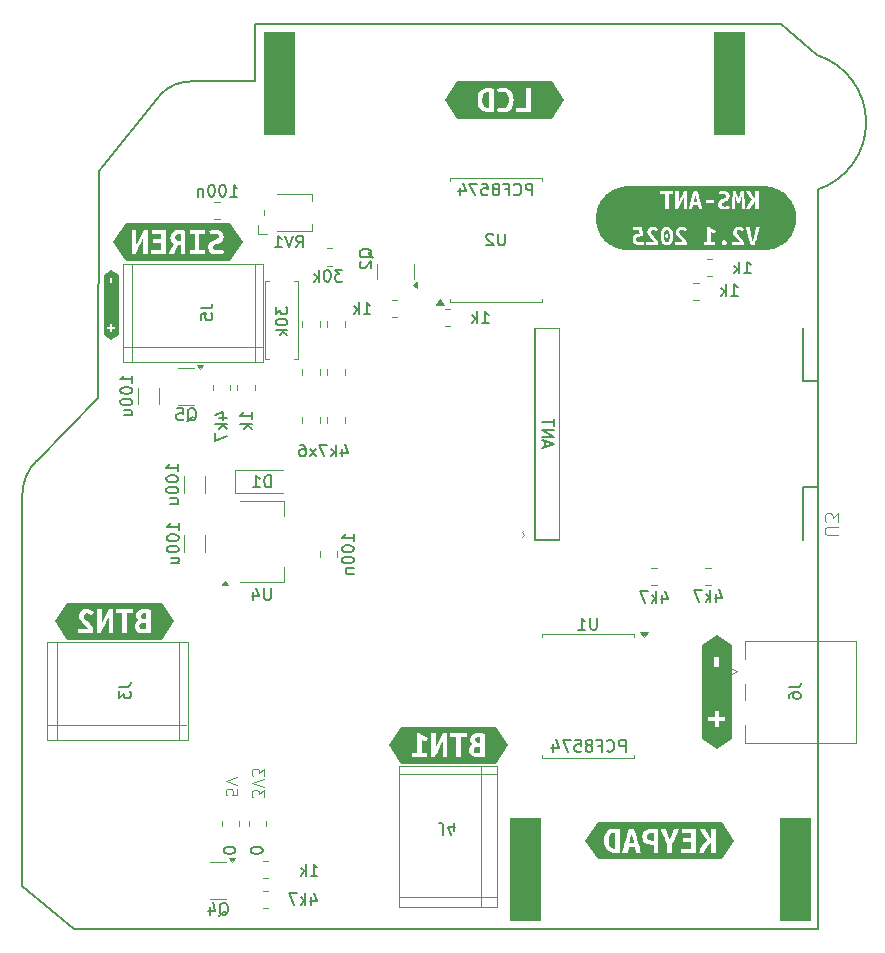
<source format=gbr>
G04 #@! TF.GenerationSoftware,KiCad,Pcbnew,8.0.8+1*
G04 #@! TF.ProjectId,airsoft_bomb_v2,61697273-6f66-4745-9f62-6f6d625f7632,rev?*
G04 #@! TF.SameCoordinates,Original*
G04 #@! TF.FileFunction,Legend,Bot*
G04 #@! TF.FilePolarity,Positive*
%FSLAX46Y46*%
G04 Gerber Fmt 4.6, Leading zero omitted, Abs format (unit mm)*
%MOMM*%
%LPD*%
G01*
G04 APERTURE LIST*
G04 #@! TA.AperFunction,Profile*
%ADD10C,0.200000*%
G04 #@! TD*
%ADD11C,0.100000*%
%ADD12C,0.150000*%
%ADD13C,0.101600*%
%ADD14C,0.120000*%
%ADD15C,0.000000*%
%ADD16C,0.127000*%
%ADD17R,1.700000X1.700000*%
%ADD18O,1.700000X1.700000*%
%ADD19R,2.000000X2.000000*%
%ADD20C,2.000000*%
%ADD21C,3.200000*%
%ADD22C,1.600000*%
%ADD23O,1.600000X1.600000*%
%ADD24O,2.108200X4.108200*%
%ADD25R,1.200000X1.200000*%
%ADD26R,1.500000X1.600000*%
%ADD27O,3.600000X1.800000*%
G04 APERTURE END LIST*
D10*
X178890534Y-60866736D02*
X175878500Y-58216800D01*
X116027200Y-134823200D02*
X111607600Y-131216400D01*
X131300000Y-58216800D02*
X131300000Y-63100000D01*
X178890534Y-60866736D02*
G75*
G02*
X178943000Y-72262999I-1827134J-5706664D01*
G01*
X111607601Y-98145600D02*
G75*
G02*
X112827677Y-95200077I4165599J0D01*
G01*
X175878500Y-58216800D02*
X131300000Y-58216800D01*
X118059200Y-89916000D02*
X118100000Y-70700000D01*
X116027200Y-134823200D02*
X178943000Y-134874000D01*
X178943000Y-134874000D02*
X178943000Y-72263000D01*
X123354416Y-64154416D02*
G75*
G02*
X125900000Y-63100001I2545584J-2545584D01*
G01*
X112827676Y-95200076D02*
X118059200Y-89916000D01*
X123354416Y-64154416D02*
X118100000Y-70700000D01*
X131300000Y-63100000D02*
X125900000Y-63100000D01*
X111607600Y-131216400D02*
X111607600Y-98145600D01*
D11*
X175768000Y-125476000D02*
X178308000Y-125476000D01*
X178308000Y-134112000D01*
X175768000Y-134112000D01*
X175768000Y-125476000D01*
G36*
X175768000Y-125476000D02*
G01*
X178308000Y-125476000D01*
X178308000Y-134112000D01*
X175768000Y-134112000D01*
X175768000Y-125476000D01*
G37*
X152908000Y-125476000D02*
X155448000Y-125476000D01*
X155448000Y-134112000D01*
X152908000Y-134112000D01*
X152908000Y-125476000D01*
G36*
X152908000Y-125476000D02*
G01*
X155448000Y-125476000D01*
X155448000Y-134112000D01*
X152908000Y-134112000D01*
X152908000Y-125476000D01*
G37*
X170180000Y-58928000D02*
X172720000Y-58928000D01*
X172720000Y-67564000D01*
X170180000Y-67564000D01*
X170180000Y-58928000D01*
G36*
X170180000Y-58928000D02*
G01*
X172720000Y-58928000D01*
X172720000Y-67564000D01*
X170180000Y-67564000D01*
X170180000Y-58928000D01*
G37*
X132080000Y-58928000D02*
X134620000Y-58928000D01*
X134620000Y-67564000D01*
X132080000Y-67564000D01*
X132080000Y-58928000D01*
G36*
X132080000Y-58928000D02*
G01*
X134620000Y-58928000D01*
X134620000Y-67564000D01*
X132080000Y-67564000D01*
X132080000Y-58928000D01*
G37*
X132039180Y-123717953D02*
X132039180Y-123098906D01*
X132039180Y-123098906D02*
X131658228Y-123432239D01*
X131658228Y-123432239D02*
X131658228Y-123289382D01*
X131658228Y-123289382D02*
X131610609Y-123194144D01*
X131610609Y-123194144D02*
X131562990Y-123146525D01*
X131562990Y-123146525D02*
X131467752Y-123098906D01*
X131467752Y-123098906D02*
X131229657Y-123098906D01*
X131229657Y-123098906D02*
X131134419Y-123146525D01*
X131134419Y-123146525D02*
X131086800Y-123194144D01*
X131086800Y-123194144D02*
X131039180Y-123289382D01*
X131039180Y-123289382D02*
X131039180Y-123575096D01*
X131039180Y-123575096D02*
X131086800Y-123670334D01*
X131086800Y-123670334D02*
X131134419Y-123717953D01*
X132039180Y-122813191D02*
X131039180Y-122479858D01*
X131039180Y-122479858D02*
X132039180Y-122146525D01*
X132039180Y-121908429D02*
X132039180Y-121289382D01*
X132039180Y-121289382D02*
X131658228Y-121622715D01*
X131658228Y-121622715D02*
X131658228Y-121479858D01*
X131658228Y-121479858D02*
X131610609Y-121384620D01*
X131610609Y-121384620D02*
X131562990Y-121337001D01*
X131562990Y-121337001D02*
X131467752Y-121289382D01*
X131467752Y-121289382D02*
X131229657Y-121289382D01*
X131229657Y-121289382D02*
X131134419Y-121337001D01*
X131134419Y-121337001D02*
X131086800Y-121384620D01*
X131086800Y-121384620D02*
X131039180Y-121479858D01*
X131039180Y-121479858D02*
X131039180Y-121765572D01*
X131039180Y-121765572D02*
X131086800Y-121860810D01*
X131086800Y-121860810D02*
X131134419Y-121908429D01*
D12*
X138671428Y-94188152D02*
X138671428Y-94854819D01*
X138909523Y-93807200D02*
X139147618Y-94521485D01*
X139147618Y-94521485D02*
X138528571Y-94521485D01*
X138147618Y-94854819D02*
X138147618Y-93854819D01*
X138052380Y-94473866D02*
X137766666Y-94854819D01*
X137766666Y-94188152D02*
X138147618Y-94569104D01*
X137433332Y-93854819D02*
X136766666Y-93854819D01*
X136766666Y-93854819D02*
X137195237Y-94854819D01*
X136480951Y-94854819D02*
X135957142Y-94188152D01*
X136480951Y-94188152D02*
X135957142Y-94854819D01*
X135147618Y-93854819D02*
X135338094Y-93854819D01*
X135338094Y-93854819D02*
X135433332Y-93902438D01*
X135433332Y-93902438D02*
X135480951Y-93950057D01*
X135480951Y-93950057D02*
X135576189Y-94092914D01*
X135576189Y-94092914D02*
X135623808Y-94283390D01*
X135623808Y-94283390D02*
X135623808Y-94664342D01*
X135623808Y-94664342D02*
X135576189Y-94759580D01*
X135576189Y-94759580D02*
X135528570Y-94807200D01*
X135528570Y-94807200D02*
X135433332Y-94854819D01*
X135433332Y-94854819D02*
X135242856Y-94854819D01*
X135242856Y-94854819D02*
X135147618Y-94807200D01*
X135147618Y-94807200D02*
X135099999Y-94759580D01*
X135099999Y-94759580D02*
X135052380Y-94664342D01*
X135052380Y-94664342D02*
X135052380Y-94426247D01*
X135052380Y-94426247D02*
X135099999Y-94331009D01*
X135099999Y-94331009D02*
X135147618Y-94283390D01*
X135147618Y-94283390D02*
X135242856Y-94235771D01*
X135242856Y-94235771D02*
X135433332Y-94235771D01*
X135433332Y-94235771D02*
X135528570Y-94283390D01*
X135528570Y-94283390D02*
X135576189Y-94331009D01*
X135576189Y-94331009D02*
X135623808Y-94426247D01*
D11*
X129829380Y-123019525D02*
X129829380Y-123495715D01*
X129829380Y-123495715D02*
X129353190Y-123543334D01*
X129353190Y-123543334D02*
X129400809Y-123495715D01*
X129400809Y-123495715D02*
X129448428Y-123400477D01*
X129448428Y-123400477D02*
X129448428Y-123162382D01*
X129448428Y-123162382D02*
X129400809Y-123067144D01*
X129400809Y-123067144D02*
X129353190Y-123019525D01*
X129353190Y-123019525D02*
X129257952Y-122971906D01*
X129257952Y-122971906D02*
X129019857Y-122971906D01*
X129019857Y-122971906D02*
X128924619Y-123019525D01*
X128924619Y-123019525D02*
X128877000Y-123067144D01*
X128877000Y-123067144D02*
X128829380Y-123162382D01*
X128829380Y-123162382D02*
X128829380Y-123400477D01*
X128829380Y-123400477D02*
X128877000Y-123495715D01*
X128877000Y-123495715D02*
X128924619Y-123543334D01*
X129829380Y-122686191D02*
X128829380Y-122352858D01*
X128829380Y-122352858D02*
X129829380Y-122019525D01*
D12*
X141266057Y-78035161D02*
X141218438Y-77939923D01*
X141218438Y-77939923D02*
X141123200Y-77844685D01*
X141123200Y-77844685D02*
X140980342Y-77701828D01*
X140980342Y-77701828D02*
X140932723Y-77606590D01*
X140932723Y-77606590D02*
X140932723Y-77511352D01*
X141170819Y-77558971D02*
X141123200Y-77463733D01*
X141123200Y-77463733D02*
X141027961Y-77368495D01*
X141027961Y-77368495D02*
X140837485Y-77320876D01*
X140837485Y-77320876D02*
X140504152Y-77320876D01*
X140504152Y-77320876D02*
X140313676Y-77368495D01*
X140313676Y-77368495D02*
X140218438Y-77463733D01*
X140218438Y-77463733D02*
X140170819Y-77558971D01*
X140170819Y-77558971D02*
X140170819Y-77749447D01*
X140170819Y-77749447D02*
X140218438Y-77844685D01*
X140218438Y-77844685D02*
X140313676Y-77939923D01*
X140313676Y-77939923D02*
X140504152Y-77987542D01*
X140504152Y-77987542D02*
X140837485Y-77987542D01*
X140837485Y-77987542D02*
X141027961Y-77939923D01*
X141027961Y-77939923D02*
X141123200Y-77844685D01*
X141123200Y-77844685D02*
X141170819Y-77749447D01*
X141170819Y-77749447D02*
X141170819Y-77558971D01*
X140266057Y-78368495D02*
X140218438Y-78416114D01*
X140218438Y-78416114D02*
X140170819Y-78511352D01*
X140170819Y-78511352D02*
X140170819Y-78749447D01*
X140170819Y-78749447D02*
X140218438Y-78844685D01*
X140218438Y-78844685D02*
X140266057Y-78892304D01*
X140266057Y-78892304D02*
X140361295Y-78939923D01*
X140361295Y-78939923D02*
X140456533Y-78939923D01*
X140456533Y-78939923D02*
X140599390Y-78892304D01*
X140599390Y-78892304D02*
X141170819Y-78320876D01*
X141170819Y-78320876D02*
X141170819Y-78939923D01*
X126708819Y-82318266D02*
X127423104Y-82318266D01*
X127423104Y-82318266D02*
X127565961Y-82270647D01*
X127565961Y-82270647D02*
X127661200Y-82175409D01*
X127661200Y-82175409D02*
X127708819Y-82032552D01*
X127708819Y-82032552D02*
X127708819Y-81937314D01*
X126708819Y-83270647D02*
X126708819Y-82794457D01*
X126708819Y-82794457D02*
X127185009Y-82746838D01*
X127185009Y-82746838D02*
X127137390Y-82794457D01*
X127137390Y-82794457D02*
X127089771Y-82889695D01*
X127089771Y-82889695D02*
X127089771Y-83127790D01*
X127089771Y-83127790D02*
X127137390Y-83223028D01*
X127137390Y-83223028D02*
X127185009Y-83270647D01*
X127185009Y-83270647D02*
X127280247Y-83318266D01*
X127280247Y-83318266D02*
X127518342Y-83318266D01*
X127518342Y-83318266D02*
X127613580Y-83270647D01*
X127613580Y-83270647D02*
X127661200Y-83223028D01*
X127661200Y-83223028D02*
X127708819Y-83127790D01*
X127708819Y-83127790D02*
X127708819Y-82889695D01*
X127708819Y-82889695D02*
X127661200Y-82794457D01*
X127661200Y-82794457D02*
X127613580Y-82746838D01*
X132665694Y-97457419D02*
X132665694Y-96457419D01*
X132665694Y-96457419D02*
X132427599Y-96457419D01*
X132427599Y-96457419D02*
X132284742Y-96505038D01*
X132284742Y-96505038D02*
X132189504Y-96600276D01*
X132189504Y-96600276D02*
X132141885Y-96695514D01*
X132141885Y-96695514D02*
X132094266Y-96885990D01*
X132094266Y-96885990D02*
X132094266Y-97028847D01*
X132094266Y-97028847D02*
X132141885Y-97219323D01*
X132141885Y-97219323D02*
X132189504Y-97314561D01*
X132189504Y-97314561D02*
X132284742Y-97409800D01*
X132284742Y-97409800D02*
X132427599Y-97457419D01*
X132427599Y-97457419D02*
X132665694Y-97457419D01*
X131141885Y-97457419D02*
X131713313Y-97457419D01*
X131427599Y-97457419D02*
X131427599Y-96457419D01*
X131427599Y-96457419D02*
X131522837Y-96600276D01*
X131522837Y-96600276D02*
X131618075Y-96695514D01*
X131618075Y-96695514D02*
X131713313Y-96743133D01*
X119816419Y-114340666D02*
X120530704Y-114340666D01*
X120530704Y-114340666D02*
X120673561Y-114293047D01*
X120673561Y-114293047D02*
X120768800Y-114197809D01*
X120768800Y-114197809D02*
X120816419Y-114054952D01*
X120816419Y-114054952D02*
X120816419Y-113959714D01*
X119816419Y-114721619D02*
X119816419Y-115340666D01*
X119816419Y-115340666D02*
X120197371Y-115007333D01*
X120197371Y-115007333D02*
X120197371Y-115150190D01*
X120197371Y-115150190D02*
X120244990Y-115245428D01*
X120244990Y-115245428D02*
X120292609Y-115293047D01*
X120292609Y-115293047D02*
X120387847Y-115340666D01*
X120387847Y-115340666D02*
X120625942Y-115340666D01*
X120625942Y-115340666D02*
X120721180Y-115293047D01*
X120721180Y-115293047D02*
X120768800Y-115245428D01*
X120768800Y-115245428D02*
X120816419Y-115150190D01*
X120816419Y-115150190D02*
X120816419Y-114864476D01*
X120816419Y-114864476D02*
X120768800Y-114769238D01*
X120768800Y-114769238D02*
X120721180Y-114721619D01*
X171619047Y-81254819D02*
X172190475Y-81254819D01*
X171904761Y-81254819D02*
X171904761Y-80254819D01*
X171904761Y-80254819D02*
X171999999Y-80397676D01*
X171999999Y-80397676D02*
X172095237Y-80492914D01*
X172095237Y-80492914D02*
X172190475Y-80540533D01*
X171190475Y-81254819D02*
X171190475Y-80254819D01*
X171095237Y-80873866D02*
X170809523Y-81254819D01*
X170809523Y-80588152D02*
X171190475Y-80969104D01*
X129236647Y-72854819D02*
X129808075Y-72854819D01*
X129522361Y-72854819D02*
X129522361Y-71854819D01*
X129522361Y-71854819D02*
X129617599Y-71997676D01*
X129617599Y-71997676D02*
X129712837Y-72092914D01*
X129712837Y-72092914D02*
X129808075Y-72140533D01*
X128617599Y-71854819D02*
X128522361Y-71854819D01*
X128522361Y-71854819D02*
X128427123Y-71902438D01*
X128427123Y-71902438D02*
X128379504Y-71950057D01*
X128379504Y-71950057D02*
X128331885Y-72045295D01*
X128331885Y-72045295D02*
X128284266Y-72235771D01*
X128284266Y-72235771D02*
X128284266Y-72473866D01*
X128284266Y-72473866D02*
X128331885Y-72664342D01*
X128331885Y-72664342D02*
X128379504Y-72759580D01*
X128379504Y-72759580D02*
X128427123Y-72807200D01*
X128427123Y-72807200D02*
X128522361Y-72854819D01*
X128522361Y-72854819D02*
X128617599Y-72854819D01*
X128617599Y-72854819D02*
X128712837Y-72807200D01*
X128712837Y-72807200D02*
X128760456Y-72759580D01*
X128760456Y-72759580D02*
X128808075Y-72664342D01*
X128808075Y-72664342D02*
X128855694Y-72473866D01*
X128855694Y-72473866D02*
X128855694Y-72235771D01*
X128855694Y-72235771D02*
X128808075Y-72045295D01*
X128808075Y-72045295D02*
X128760456Y-71950057D01*
X128760456Y-71950057D02*
X128712837Y-71902438D01*
X128712837Y-71902438D02*
X128617599Y-71854819D01*
X127665218Y-71854819D02*
X127569980Y-71854819D01*
X127569980Y-71854819D02*
X127474742Y-71902438D01*
X127474742Y-71902438D02*
X127427123Y-71950057D01*
X127427123Y-71950057D02*
X127379504Y-72045295D01*
X127379504Y-72045295D02*
X127331885Y-72235771D01*
X127331885Y-72235771D02*
X127331885Y-72473866D01*
X127331885Y-72473866D02*
X127379504Y-72664342D01*
X127379504Y-72664342D02*
X127427123Y-72759580D01*
X127427123Y-72759580D02*
X127474742Y-72807200D01*
X127474742Y-72807200D02*
X127569980Y-72854819D01*
X127569980Y-72854819D02*
X127665218Y-72854819D01*
X127665218Y-72854819D02*
X127760456Y-72807200D01*
X127760456Y-72807200D02*
X127808075Y-72759580D01*
X127808075Y-72759580D02*
X127855694Y-72664342D01*
X127855694Y-72664342D02*
X127903313Y-72473866D01*
X127903313Y-72473866D02*
X127903313Y-72235771D01*
X127903313Y-72235771D02*
X127855694Y-72045295D01*
X127855694Y-72045295D02*
X127808075Y-71950057D01*
X127808075Y-71950057D02*
X127760456Y-71902438D01*
X127760456Y-71902438D02*
X127665218Y-71854819D01*
X126903313Y-72188152D02*
X126903313Y-72854819D01*
X126903313Y-72283390D02*
X126855694Y-72235771D01*
X126855694Y-72235771D02*
X126760456Y-72188152D01*
X126760456Y-72188152D02*
X126617599Y-72188152D01*
X126617599Y-72188152D02*
X126522361Y-72235771D01*
X126522361Y-72235771D02*
X126474742Y-72331009D01*
X126474742Y-72331009D02*
X126474742Y-72854819D01*
X124854819Y-101080952D02*
X124854819Y-100509524D01*
X124854819Y-100795238D02*
X123854819Y-100795238D01*
X123854819Y-100795238D02*
X123997676Y-100700000D01*
X123997676Y-100700000D02*
X124092914Y-100604762D01*
X124092914Y-100604762D02*
X124140533Y-100509524D01*
X123854819Y-101700000D02*
X123854819Y-101795238D01*
X123854819Y-101795238D02*
X123902438Y-101890476D01*
X123902438Y-101890476D02*
X123950057Y-101938095D01*
X123950057Y-101938095D02*
X124045295Y-101985714D01*
X124045295Y-101985714D02*
X124235771Y-102033333D01*
X124235771Y-102033333D02*
X124473866Y-102033333D01*
X124473866Y-102033333D02*
X124664342Y-101985714D01*
X124664342Y-101985714D02*
X124759580Y-101938095D01*
X124759580Y-101938095D02*
X124807200Y-101890476D01*
X124807200Y-101890476D02*
X124854819Y-101795238D01*
X124854819Y-101795238D02*
X124854819Y-101700000D01*
X124854819Y-101700000D02*
X124807200Y-101604762D01*
X124807200Y-101604762D02*
X124759580Y-101557143D01*
X124759580Y-101557143D02*
X124664342Y-101509524D01*
X124664342Y-101509524D02*
X124473866Y-101461905D01*
X124473866Y-101461905D02*
X124235771Y-101461905D01*
X124235771Y-101461905D02*
X124045295Y-101509524D01*
X124045295Y-101509524D02*
X123950057Y-101557143D01*
X123950057Y-101557143D02*
X123902438Y-101604762D01*
X123902438Y-101604762D02*
X123854819Y-101700000D01*
X123854819Y-102652381D02*
X123854819Y-102747619D01*
X123854819Y-102747619D02*
X123902438Y-102842857D01*
X123902438Y-102842857D02*
X123950057Y-102890476D01*
X123950057Y-102890476D02*
X124045295Y-102938095D01*
X124045295Y-102938095D02*
X124235771Y-102985714D01*
X124235771Y-102985714D02*
X124473866Y-102985714D01*
X124473866Y-102985714D02*
X124664342Y-102938095D01*
X124664342Y-102938095D02*
X124759580Y-102890476D01*
X124759580Y-102890476D02*
X124807200Y-102842857D01*
X124807200Y-102842857D02*
X124854819Y-102747619D01*
X124854819Y-102747619D02*
X124854819Y-102652381D01*
X124854819Y-102652381D02*
X124807200Y-102557143D01*
X124807200Y-102557143D02*
X124759580Y-102509524D01*
X124759580Y-102509524D02*
X124664342Y-102461905D01*
X124664342Y-102461905D02*
X124473866Y-102414286D01*
X124473866Y-102414286D02*
X124235771Y-102414286D01*
X124235771Y-102414286D02*
X124045295Y-102461905D01*
X124045295Y-102461905D02*
X123950057Y-102509524D01*
X123950057Y-102509524D02*
X123902438Y-102557143D01*
X123902438Y-102557143D02*
X123854819Y-102652381D01*
X124188152Y-103842857D02*
X124854819Y-103842857D01*
X124188152Y-103414286D02*
X124711961Y-103414286D01*
X124711961Y-103414286D02*
X124807200Y-103461905D01*
X124807200Y-103461905D02*
X124854819Y-103557143D01*
X124854819Y-103557143D02*
X124854819Y-103700000D01*
X124854819Y-103700000D02*
X124807200Y-103795238D01*
X124807200Y-103795238D02*
X124759580Y-103842857D01*
X140505037Y-82810268D02*
X141076465Y-82810268D01*
X140790751Y-82810268D02*
X140790751Y-81810268D01*
X140790751Y-81810268D02*
X140885989Y-81953125D01*
X140885989Y-81953125D02*
X140981227Y-82048363D01*
X140981227Y-82048363D02*
X141076465Y-82095982D01*
X140076465Y-82810268D02*
X140076465Y-81810268D01*
X139981227Y-82429315D02*
X139695513Y-82810268D01*
X139695513Y-82143601D02*
X140076465Y-82524553D01*
X160273904Y-108518419D02*
X160273904Y-109327942D01*
X160273904Y-109327942D02*
X160226285Y-109423180D01*
X160226285Y-109423180D02*
X160178666Y-109470800D01*
X160178666Y-109470800D02*
X160083428Y-109518419D01*
X160083428Y-109518419D02*
X159892952Y-109518419D01*
X159892952Y-109518419D02*
X159797714Y-109470800D01*
X159797714Y-109470800D02*
X159750095Y-109423180D01*
X159750095Y-109423180D02*
X159702476Y-109327942D01*
X159702476Y-109327942D02*
X159702476Y-108518419D01*
X158702476Y-109518419D02*
X159273904Y-109518419D01*
X158988190Y-109518419D02*
X158988190Y-108518419D01*
X158988190Y-108518419D02*
X159083428Y-108661276D01*
X159083428Y-108661276D02*
X159178666Y-108756514D01*
X159178666Y-108756514D02*
X159273904Y-108804133D01*
X162695237Y-119854819D02*
X162695237Y-118854819D01*
X162695237Y-118854819D02*
X162314285Y-118854819D01*
X162314285Y-118854819D02*
X162219047Y-118902438D01*
X162219047Y-118902438D02*
X162171428Y-118950057D01*
X162171428Y-118950057D02*
X162123809Y-119045295D01*
X162123809Y-119045295D02*
X162123809Y-119188152D01*
X162123809Y-119188152D02*
X162171428Y-119283390D01*
X162171428Y-119283390D02*
X162219047Y-119331009D01*
X162219047Y-119331009D02*
X162314285Y-119378628D01*
X162314285Y-119378628D02*
X162695237Y-119378628D01*
X161123809Y-119759580D02*
X161171428Y-119807200D01*
X161171428Y-119807200D02*
X161314285Y-119854819D01*
X161314285Y-119854819D02*
X161409523Y-119854819D01*
X161409523Y-119854819D02*
X161552380Y-119807200D01*
X161552380Y-119807200D02*
X161647618Y-119711961D01*
X161647618Y-119711961D02*
X161695237Y-119616723D01*
X161695237Y-119616723D02*
X161742856Y-119426247D01*
X161742856Y-119426247D02*
X161742856Y-119283390D01*
X161742856Y-119283390D02*
X161695237Y-119092914D01*
X161695237Y-119092914D02*
X161647618Y-118997676D01*
X161647618Y-118997676D02*
X161552380Y-118902438D01*
X161552380Y-118902438D02*
X161409523Y-118854819D01*
X161409523Y-118854819D02*
X161314285Y-118854819D01*
X161314285Y-118854819D02*
X161171428Y-118902438D01*
X161171428Y-118902438D02*
X161123809Y-118950057D01*
X160361904Y-119331009D02*
X160695237Y-119331009D01*
X160695237Y-119854819D02*
X160695237Y-118854819D01*
X160695237Y-118854819D02*
X160219047Y-118854819D01*
X159695237Y-119283390D02*
X159790475Y-119235771D01*
X159790475Y-119235771D02*
X159838094Y-119188152D01*
X159838094Y-119188152D02*
X159885713Y-119092914D01*
X159885713Y-119092914D02*
X159885713Y-119045295D01*
X159885713Y-119045295D02*
X159838094Y-118950057D01*
X159838094Y-118950057D02*
X159790475Y-118902438D01*
X159790475Y-118902438D02*
X159695237Y-118854819D01*
X159695237Y-118854819D02*
X159504761Y-118854819D01*
X159504761Y-118854819D02*
X159409523Y-118902438D01*
X159409523Y-118902438D02*
X159361904Y-118950057D01*
X159361904Y-118950057D02*
X159314285Y-119045295D01*
X159314285Y-119045295D02*
X159314285Y-119092914D01*
X159314285Y-119092914D02*
X159361904Y-119188152D01*
X159361904Y-119188152D02*
X159409523Y-119235771D01*
X159409523Y-119235771D02*
X159504761Y-119283390D01*
X159504761Y-119283390D02*
X159695237Y-119283390D01*
X159695237Y-119283390D02*
X159790475Y-119331009D01*
X159790475Y-119331009D02*
X159838094Y-119378628D01*
X159838094Y-119378628D02*
X159885713Y-119473866D01*
X159885713Y-119473866D02*
X159885713Y-119664342D01*
X159885713Y-119664342D02*
X159838094Y-119759580D01*
X159838094Y-119759580D02*
X159790475Y-119807200D01*
X159790475Y-119807200D02*
X159695237Y-119854819D01*
X159695237Y-119854819D02*
X159504761Y-119854819D01*
X159504761Y-119854819D02*
X159409523Y-119807200D01*
X159409523Y-119807200D02*
X159361904Y-119759580D01*
X159361904Y-119759580D02*
X159314285Y-119664342D01*
X159314285Y-119664342D02*
X159314285Y-119473866D01*
X159314285Y-119473866D02*
X159361904Y-119378628D01*
X159361904Y-119378628D02*
X159409523Y-119331009D01*
X159409523Y-119331009D02*
X159504761Y-119283390D01*
X158409523Y-118854819D02*
X158885713Y-118854819D01*
X158885713Y-118854819D02*
X158933332Y-119331009D01*
X158933332Y-119331009D02*
X158885713Y-119283390D01*
X158885713Y-119283390D02*
X158790475Y-119235771D01*
X158790475Y-119235771D02*
X158552380Y-119235771D01*
X158552380Y-119235771D02*
X158457142Y-119283390D01*
X158457142Y-119283390D02*
X158409523Y-119331009D01*
X158409523Y-119331009D02*
X158361904Y-119426247D01*
X158361904Y-119426247D02*
X158361904Y-119664342D01*
X158361904Y-119664342D02*
X158409523Y-119759580D01*
X158409523Y-119759580D02*
X158457142Y-119807200D01*
X158457142Y-119807200D02*
X158552380Y-119854819D01*
X158552380Y-119854819D02*
X158790475Y-119854819D01*
X158790475Y-119854819D02*
X158885713Y-119807200D01*
X158885713Y-119807200D02*
X158933332Y-119759580D01*
X158028570Y-118854819D02*
X157361904Y-118854819D01*
X157361904Y-118854819D02*
X157790475Y-119854819D01*
X156552380Y-119188152D02*
X156552380Y-119854819D01*
X156790475Y-118807200D02*
X157028570Y-119521485D01*
X157028570Y-119521485D02*
X156409523Y-119521485D01*
X172719047Y-79354819D02*
X173290475Y-79354819D01*
X173004761Y-79354819D02*
X173004761Y-78354819D01*
X173004761Y-78354819D02*
X173099999Y-78497676D01*
X173099999Y-78497676D02*
X173195237Y-78592914D01*
X173195237Y-78592914D02*
X173290475Y-78640533D01*
X172290475Y-79354819D02*
X172290475Y-78354819D01*
X172195237Y-78973866D02*
X171909523Y-79354819D01*
X171909523Y-78688152D02*
X172290475Y-79069104D01*
X170362476Y-106488152D02*
X170362476Y-107154819D01*
X170600571Y-106107200D02*
X170838666Y-106821485D01*
X170838666Y-106821485D02*
X170219619Y-106821485D01*
X169838666Y-107154819D02*
X169838666Y-106154819D01*
X169743428Y-106773866D02*
X169457714Y-107154819D01*
X169457714Y-106488152D02*
X169838666Y-106869104D01*
X169124380Y-106154819D02*
X168457714Y-106154819D01*
X168457714Y-106154819D02*
X168886285Y-107154819D01*
X128295238Y-133750057D02*
X128390476Y-133702438D01*
X128390476Y-133702438D02*
X128485714Y-133607200D01*
X128485714Y-133607200D02*
X128628571Y-133464342D01*
X128628571Y-133464342D02*
X128723809Y-133416723D01*
X128723809Y-133416723D02*
X128819047Y-133416723D01*
X128771428Y-133654819D02*
X128866666Y-133607200D01*
X128866666Y-133607200D02*
X128961904Y-133511961D01*
X128961904Y-133511961D02*
X129009523Y-133321485D01*
X129009523Y-133321485D02*
X129009523Y-132988152D01*
X129009523Y-132988152D02*
X128961904Y-132797676D01*
X128961904Y-132797676D02*
X128866666Y-132702438D01*
X128866666Y-132702438D02*
X128771428Y-132654819D01*
X128771428Y-132654819D02*
X128580952Y-132654819D01*
X128580952Y-132654819D02*
X128485714Y-132702438D01*
X128485714Y-132702438D02*
X128390476Y-132797676D01*
X128390476Y-132797676D02*
X128342857Y-132988152D01*
X128342857Y-132988152D02*
X128342857Y-133321485D01*
X128342857Y-133321485D02*
X128390476Y-133511961D01*
X128390476Y-133511961D02*
X128485714Y-133607200D01*
X128485714Y-133607200D02*
X128580952Y-133654819D01*
X128580952Y-133654819D02*
X128771428Y-133654819D01*
X127485714Y-132988152D02*
X127485714Y-133654819D01*
X127723809Y-132607200D02*
X127961904Y-133321485D01*
X127961904Y-133321485D02*
X127342857Y-133321485D01*
X139664319Y-102004952D02*
X139664319Y-101433524D01*
X139664319Y-101719238D02*
X138664319Y-101719238D01*
X138664319Y-101719238D02*
X138807176Y-101624000D01*
X138807176Y-101624000D02*
X138902414Y-101528762D01*
X138902414Y-101528762D02*
X138950033Y-101433524D01*
X138664319Y-102624000D02*
X138664319Y-102719238D01*
X138664319Y-102719238D02*
X138711938Y-102814476D01*
X138711938Y-102814476D02*
X138759557Y-102862095D01*
X138759557Y-102862095D02*
X138854795Y-102909714D01*
X138854795Y-102909714D02*
X139045271Y-102957333D01*
X139045271Y-102957333D02*
X139283366Y-102957333D01*
X139283366Y-102957333D02*
X139473842Y-102909714D01*
X139473842Y-102909714D02*
X139569080Y-102862095D01*
X139569080Y-102862095D02*
X139616700Y-102814476D01*
X139616700Y-102814476D02*
X139664319Y-102719238D01*
X139664319Y-102719238D02*
X139664319Y-102624000D01*
X139664319Y-102624000D02*
X139616700Y-102528762D01*
X139616700Y-102528762D02*
X139569080Y-102481143D01*
X139569080Y-102481143D02*
X139473842Y-102433524D01*
X139473842Y-102433524D02*
X139283366Y-102385905D01*
X139283366Y-102385905D02*
X139045271Y-102385905D01*
X139045271Y-102385905D02*
X138854795Y-102433524D01*
X138854795Y-102433524D02*
X138759557Y-102481143D01*
X138759557Y-102481143D02*
X138711938Y-102528762D01*
X138711938Y-102528762D02*
X138664319Y-102624000D01*
X138664319Y-103576381D02*
X138664319Y-103671619D01*
X138664319Y-103671619D02*
X138711938Y-103766857D01*
X138711938Y-103766857D02*
X138759557Y-103814476D01*
X138759557Y-103814476D02*
X138854795Y-103862095D01*
X138854795Y-103862095D02*
X139045271Y-103909714D01*
X139045271Y-103909714D02*
X139283366Y-103909714D01*
X139283366Y-103909714D02*
X139473842Y-103862095D01*
X139473842Y-103862095D02*
X139569080Y-103814476D01*
X139569080Y-103814476D02*
X139616700Y-103766857D01*
X139616700Y-103766857D02*
X139664319Y-103671619D01*
X139664319Y-103671619D02*
X139664319Y-103576381D01*
X139664319Y-103576381D02*
X139616700Y-103481143D01*
X139616700Y-103481143D02*
X139569080Y-103433524D01*
X139569080Y-103433524D02*
X139473842Y-103385905D01*
X139473842Y-103385905D02*
X139283366Y-103338286D01*
X139283366Y-103338286D02*
X139045271Y-103338286D01*
X139045271Y-103338286D02*
X138854795Y-103385905D01*
X138854795Y-103385905D02*
X138759557Y-103433524D01*
X138759557Y-103433524D02*
X138711938Y-103481143D01*
X138711938Y-103481143D02*
X138664319Y-103576381D01*
X138997652Y-104338286D02*
X139664319Y-104338286D01*
X139092890Y-104338286D02*
X139045271Y-104385905D01*
X139045271Y-104385905D02*
X138997652Y-104481143D01*
X138997652Y-104481143D02*
X138997652Y-104624000D01*
X138997652Y-104624000D02*
X139045271Y-104719238D01*
X139045271Y-104719238D02*
X139140509Y-104766857D01*
X139140509Y-104766857D02*
X139664319Y-104766857D01*
X133054819Y-82185714D02*
X133054819Y-82804761D01*
X133054819Y-82804761D02*
X133435771Y-82471428D01*
X133435771Y-82471428D02*
X133435771Y-82614285D01*
X133435771Y-82614285D02*
X133483390Y-82709523D01*
X133483390Y-82709523D02*
X133531009Y-82757142D01*
X133531009Y-82757142D02*
X133626247Y-82804761D01*
X133626247Y-82804761D02*
X133864342Y-82804761D01*
X133864342Y-82804761D02*
X133959580Y-82757142D01*
X133959580Y-82757142D02*
X134007200Y-82709523D01*
X134007200Y-82709523D02*
X134054819Y-82614285D01*
X134054819Y-82614285D02*
X134054819Y-82328571D01*
X134054819Y-82328571D02*
X134007200Y-82233333D01*
X134007200Y-82233333D02*
X133959580Y-82185714D01*
X133054819Y-83423809D02*
X133054819Y-83519047D01*
X133054819Y-83519047D02*
X133102438Y-83614285D01*
X133102438Y-83614285D02*
X133150057Y-83661904D01*
X133150057Y-83661904D02*
X133245295Y-83709523D01*
X133245295Y-83709523D02*
X133435771Y-83757142D01*
X133435771Y-83757142D02*
X133673866Y-83757142D01*
X133673866Y-83757142D02*
X133864342Y-83709523D01*
X133864342Y-83709523D02*
X133959580Y-83661904D01*
X133959580Y-83661904D02*
X134007200Y-83614285D01*
X134007200Y-83614285D02*
X134054819Y-83519047D01*
X134054819Y-83519047D02*
X134054819Y-83423809D01*
X134054819Y-83423809D02*
X134007200Y-83328571D01*
X134007200Y-83328571D02*
X133959580Y-83280952D01*
X133959580Y-83280952D02*
X133864342Y-83233333D01*
X133864342Y-83233333D02*
X133673866Y-83185714D01*
X133673866Y-83185714D02*
X133435771Y-83185714D01*
X133435771Y-83185714D02*
X133245295Y-83233333D01*
X133245295Y-83233333D02*
X133150057Y-83280952D01*
X133150057Y-83280952D02*
X133102438Y-83328571D01*
X133102438Y-83328571D02*
X133054819Y-83423809D01*
X134054819Y-84185714D02*
X133054819Y-84185714D01*
X133673866Y-84280952D02*
X134054819Y-84566666D01*
X133388152Y-84566666D02*
X133769104Y-84185714D01*
X138714285Y-79054819D02*
X138095238Y-79054819D01*
X138095238Y-79054819D02*
X138428571Y-79435771D01*
X138428571Y-79435771D02*
X138285714Y-79435771D01*
X138285714Y-79435771D02*
X138190476Y-79483390D01*
X138190476Y-79483390D02*
X138142857Y-79531009D01*
X138142857Y-79531009D02*
X138095238Y-79626247D01*
X138095238Y-79626247D02*
X138095238Y-79864342D01*
X138095238Y-79864342D02*
X138142857Y-79959580D01*
X138142857Y-79959580D02*
X138190476Y-80007200D01*
X138190476Y-80007200D02*
X138285714Y-80054819D01*
X138285714Y-80054819D02*
X138571428Y-80054819D01*
X138571428Y-80054819D02*
X138666666Y-80007200D01*
X138666666Y-80007200D02*
X138714285Y-79959580D01*
X137476190Y-79054819D02*
X137380952Y-79054819D01*
X137380952Y-79054819D02*
X137285714Y-79102438D01*
X137285714Y-79102438D02*
X137238095Y-79150057D01*
X137238095Y-79150057D02*
X137190476Y-79245295D01*
X137190476Y-79245295D02*
X137142857Y-79435771D01*
X137142857Y-79435771D02*
X137142857Y-79673866D01*
X137142857Y-79673866D02*
X137190476Y-79864342D01*
X137190476Y-79864342D02*
X137238095Y-79959580D01*
X137238095Y-79959580D02*
X137285714Y-80007200D01*
X137285714Y-80007200D02*
X137380952Y-80054819D01*
X137380952Y-80054819D02*
X137476190Y-80054819D01*
X137476190Y-80054819D02*
X137571428Y-80007200D01*
X137571428Y-80007200D02*
X137619047Y-79959580D01*
X137619047Y-79959580D02*
X137666666Y-79864342D01*
X137666666Y-79864342D02*
X137714285Y-79673866D01*
X137714285Y-79673866D02*
X137714285Y-79435771D01*
X137714285Y-79435771D02*
X137666666Y-79245295D01*
X137666666Y-79245295D02*
X137619047Y-79150057D01*
X137619047Y-79150057D02*
X137571428Y-79102438D01*
X137571428Y-79102438D02*
X137476190Y-79054819D01*
X136714285Y-80054819D02*
X136714285Y-79054819D01*
X136619047Y-79673866D02*
X136333333Y-80054819D01*
X136333333Y-79388152D02*
X136714285Y-79769104D01*
D13*
X180704173Y-101508967D02*
X179758326Y-101508967D01*
X179758326Y-101508967D02*
X179647050Y-101453329D01*
X179647050Y-101453329D02*
X179591412Y-101397691D01*
X179591412Y-101397691D02*
X179535773Y-101286415D01*
X179535773Y-101286415D02*
X179535773Y-101063862D01*
X179535773Y-101063862D02*
X179591412Y-100952586D01*
X179591412Y-100952586D02*
X179647050Y-100896948D01*
X179647050Y-100896948D02*
X179758326Y-100841310D01*
X179758326Y-100841310D02*
X180704173Y-100841310D01*
X180704173Y-100396205D02*
X180704173Y-99672910D01*
X180704173Y-99672910D02*
X180259069Y-100062377D01*
X180259069Y-100062377D02*
X180259069Y-99895462D01*
X180259069Y-99895462D02*
X180203431Y-99784186D01*
X180203431Y-99784186D02*
X180147792Y-99728548D01*
X180147792Y-99728548D02*
X180036516Y-99672910D01*
X180036516Y-99672910D02*
X179758326Y-99672910D01*
X179758326Y-99672910D02*
X179647050Y-99728548D01*
X179647050Y-99728548D02*
X179591412Y-99784186D01*
X179591412Y-99784186D02*
X179535773Y-99895462D01*
X179535773Y-99895462D02*
X179535773Y-100229291D01*
X179535773Y-100229291D02*
X179591412Y-100340567D01*
X179591412Y-100340567D02*
X179647050Y-100396205D01*
X153945878Y-101675881D02*
X154001516Y-101620243D01*
X154001516Y-101620243D02*
X154057154Y-101508967D01*
X154057154Y-101508967D02*
X153945878Y-101286415D01*
X153945878Y-101286415D02*
X154001516Y-101175138D01*
X154001516Y-101175138D02*
X154057154Y-101119500D01*
D12*
X155885895Y-94074839D02*
X155885895Y-93598649D01*
X155600180Y-94170077D02*
X156600180Y-93836744D01*
X156600180Y-93836744D02*
X155600180Y-93503411D01*
X155600180Y-93170077D02*
X156600180Y-93170077D01*
X156600180Y-93170077D02*
X155600180Y-92598649D01*
X155600180Y-92598649D02*
X156600180Y-92598649D01*
X156600180Y-92265315D02*
X156600180Y-91693887D01*
X155600180Y-91979601D02*
X156600180Y-91979601D01*
X130954819Y-128152381D02*
X130954819Y-128247619D01*
X130954819Y-128247619D02*
X131002438Y-128342857D01*
X131002438Y-128342857D02*
X131050057Y-128390476D01*
X131050057Y-128390476D02*
X131145295Y-128438095D01*
X131145295Y-128438095D02*
X131335771Y-128485714D01*
X131335771Y-128485714D02*
X131573866Y-128485714D01*
X131573866Y-128485714D02*
X131764342Y-128438095D01*
X131764342Y-128438095D02*
X131859580Y-128390476D01*
X131859580Y-128390476D02*
X131907200Y-128342857D01*
X131907200Y-128342857D02*
X131954819Y-128247619D01*
X131954819Y-128247619D02*
X131954819Y-128152381D01*
X131954819Y-128152381D02*
X131907200Y-128057143D01*
X131907200Y-128057143D02*
X131859580Y-128009524D01*
X131859580Y-128009524D02*
X131764342Y-127961905D01*
X131764342Y-127961905D02*
X131573866Y-127914286D01*
X131573866Y-127914286D02*
X131335771Y-127914286D01*
X131335771Y-127914286D02*
X131145295Y-127961905D01*
X131145295Y-127961905D02*
X131050057Y-128009524D01*
X131050057Y-128009524D02*
X131002438Y-128057143D01*
X131002438Y-128057143D02*
X130954819Y-128152381D01*
X128288152Y-91609523D02*
X128954819Y-91609523D01*
X127907200Y-91371428D02*
X128621485Y-91133333D01*
X128621485Y-91133333D02*
X128621485Y-91752380D01*
X128954819Y-92133333D02*
X127954819Y-92133333D01*
X128573866Y-92228571D02*
X128954819Y-92514285D01*
X128288152Y-92514285D02*
X128669104Y-92133333D01*
X127954819Y-92847619D02*
X127954819Y-93514285D01*
X127954819Y-93514285D02*
X128954819Y-93085714D01*
X125571238Y-91888457D02*
X125666476Y-91840838D01*
X125666476Y-91840838D02*
X125761714Y-91745600D01*
X125761714Y-91745600D02*
X125904571Y-91602742D01*
X125904571Y-91602742D02*
X125999809Y-91555123D01*
X125999809Y-91555123D02*
X126095047Y-91555123D01*
X126047428Y-91793219D02*
X126142666Y-91745600D01*
X126142666Y-91745600D02*
X126237904Y-91650361D01*
X126237904Y-91650361D02*
X126285523Y-91459885D01*
X126285523Y-91459885D02*
X126285523Y-91126552D01*
X126285523Y-91126552D02*
X126237904Y-90936076D01*
X126237904Y-90936076D02*
X126142666Y-90840838D01*
X126142666Y-90840838D02*
X126047428Y-90793219D01*
X126047428Y-90793219D02*
X125856952Y-90793219D01*
X125856952Y-90793219D02*
X125761714Y-90840838D01*
X125761714Y-90840838D02*
X125666476Y-90936076D01*
X125666476Y-90936076D02*
X125618857Y-91126552D01*
X125618857Y-91126552D02*
X125618857Y-91459885D01*
X125618857Y-91459885D02*
X125666476Y-91650361D01*
X125666476Y-91650361D02*
X125761714Y-91745600D01*
X125761714Y-91745600D02*
X125856952Y-91793219D01*
X125856952Y-91793219D02*
X126047428Y-91793219D01*
X124714095Y-90793219D02*
X125190285Y-90793219D01*
X125190285Y-90793219D02*
X125237904Y-91269409D01*
X125237904Y-91269409D02*
X125190285Y-91221790D01*
X125190285Y-91221790D02*
X125095047Y-91174171D01*
X125095047Y-91174171D02*
X124856952Y-91174171D01*
X124856952Y-91174171D02*
X124761714Y-91221790D01*
X124761714Y-91221790D02*
X124714095Y-91269409D01*
X124714095Y-91269409D02*
X124666476Y-91364647D01*
X124666476Y-91364647D02*
X124666476Y-91602742D01*
X124666476Y-91602742D02*
X124714095Y-91697980D01*
X124714095Y-91697980D02*
X124761714Y-91745600D01*
X124761714Y-91745600D02*
X124856952Y-91793219D01*
X124856952Y-91793219D02*
X125095047Y-91793219D01*
X125095047Y-91793219D02*
X125190285Y-91745600D01*
X125190285Y-91745600D02*
X125237904Y-91697980D01*
X136090476Y-132188152D02*
X136090476Y-132854819D01*
X136328571Y-131807200D02*
X136566666Y-132521485D01*
X136566666Y-132521485D02*
X135947619Y-132521485D01*
X135566666Y-132854819D02*
X135566666Y-131854819D01*
X135471428Y-132473866D02*
X135185714Y-132854819D01*
X135185714Y-132188152D02*
X135566666Y-132569104D01*
X134852380Y-131854819D02*
X134185714Y-131854819D01*
X134185714Y-131854819D02*
X134614285Y-132854819D01*
X134795238Y-77154819D02*
X135128571Y-76678628D01*
X135366666Y-77154819D02*
X135366666Y-76154819D01*
X135366666Y-76154819D02*
X134985714Y-76154819D01*
X134985714Y-76154819D02*
X134890476Y-76202438D01*
X134890476Y-76202438D02*
X134842857Y-76250057D01*
X134842857Y-76250057D02*
X134795238Y-76345295D01*
X134795238Y-76345295D02*
X134795238Y-76488152D01*
X134795238Y-76488152D02*
X134842857Y-76583390D01*
X134842857Y-76583390D02*
X134890476Y-76631009D01*
X134890476Y-76631009D02*
X134985714Y-76678628D01*
X134985714Y-76678628D02*
X135366666Y-76678628D01*
X134509523Y-76154819D02*
X134176190Y-77154819D01*
X134176190Y-77154819D02*
X133842857Y-76154819D01*
X132985714Y-77154819D02*
X133557142Y-77154819D01*
X133271428Y-77154819D02*
X133271428Y-76154819D01*
X133271428Y-76154819D02*
X133366666Y-76297676D01*
X133366666Y-76297676D02*
X133461904Y-76392914D01*
X133461904Y-76392914D02*
X133557142Y-76440533D01*
X165790476Y-106588152D02*
X165790476Y-107254819D01*
X166028571Y-106207200D02*
X166266666Y-106921485D01*
X166266666Y-106921485D02*
X165647619Y-106921485D01*
X165266666Y-107254819D02*
X165266666Y-106254819D01*
X165171428Y-106873866D02*
X164885714Y-107254819D01*
X164885714Y-106588152D02*
X165266666Y-106969104D01*
X164552380Y-106254819D02*
X163885714Y-106254819D01*
X163885714Y-106254819D02*
X164314285Y-107254819D01*
X152474304Y-75985019D02*
X152474304Y-76794542D01*
X152474304Y-76794542D02*
X152426685Y-76889780D01*
X152426685Y-76889780D02*
X152379066Y-76937400D01*
X152379066Y-76937400D02*
X152283828Y-76985019D01*
X152283828Y-76985019D02*
X152093352Y-76985019D01*
X152093352Y-76985019D02*
X151998114Y-76937400D01*
X151998114Y-76937400D02*
X151950495Y-76889780D01*
X151950495Y-76889780D02*
X151902876Y-76794542D01*
X151902876Y-76794542D02*
X151902876Y-75985019D01*
X151474304Y-76080257D02*
X151426685Y-76032638D01*
X151426685Y-76032638D02*
X151331447Y-75985019D01*
X151331447Y-75985019D02*
X151093352Y-75985019D01*
X151093352Y-75985019D02*
X150998114Y-76032638D01*
X150998114Y-76032638D02*
X150950495Y-76080257D01*
X150950495Y-76080257D02*
X150902876Y-76175495D01*
X150902876Y-76175495D02*
X150902876Y-76270733D01*
X150902876Y-76270733D02*
X150950495Y-76413590D01*
X150950495Y-76413590D02*
X151521923Y-76985019D01*
X151521923Y-76985019D02*
X150902876Y-76985019D01*
X154807637Y-72754819D02*
X154807637Y-71754819D01*
X154807637Y-71754819D02*
X154426685Y-71754819D01*
X154426685Y-71754819D02*
X154331447Y-71802438D01*
X154331447Y-71802438D02*
X154283828Y-71850057D01*
X154283828Y-71850057D02*
X154236209Y-71945295D01*
X154236209Y-71945295D02*
X154236209Y-72088152D01*
X154236209Y-72088152D02*
X154283828Y-72183390D01*
X154283828Y-72183390D02*
X154331447Y-72231009D01*
X154331447Y-72231009D02*
X154426685Y-72278628D01*
X154426685Y-72278628D02*
X154807637Y-72278628D01*
X153236209Y-72659580D02*
X153283828Y-72707200D01*
X153283828Y-72707200D02*
X153426685Y-72754819D01*
X153426685Y-72754819D02*
X153521923Y-72754819D01*
X153521923Y-72754819D02*
X153664780Y-72707200D01*
X153664780Y-72707200D02*
X153760018Y-72611961D01*
X153760018Y-72611961D02*
X153807637Y-72516723D01*
X153807637Y-72516723D02*
X153855256Y-72326247D01*
X153855256Y-72326247D02*
X153855256Y-72183390D01*
X153855256Y-72183390D02*
X153807637Y-71992914D01*
X153807637Y-71992914D02*
X153760018Y-71897676D01*
X153760018Y-71897676D02*
X153664780Y-71802438D01*
X153664780Y-71802438D02*
X153521923Y-71754819D01*
X153521923Y-71754819D02*
X153426685Y-71754819D01*
X153426685Y-71754819D02*
X153283828Y-71802438D01*
X153283828Y-71802438D02*
X153236209Y-71850057D01*
X152474304Y-72231009D02*
X152807637Y-72231009D01*
X152807637Y-72754819D02*
X152807637Y-71754819D01*
X152807637Y-71754819D02*
X152331447Y-71754819D01*
X151807637Y-72183390D02*
X151902875Y-72135771D01*
X151902875Y-72135771D02*
X151950494Y-72088152D01*
X151950494Y-72088152D02*
X151998113Y-71992914D01*
X151998113Y-71992914D02*
X151998113Y-71945295D01*
X151998113Y-71945295D02*
X151950494Y-71850057D01*
X151950494Y-71850057D02*
X151902875Y-71802438D01*
X151902875Y-71802438D02*
X151807637Y-71754819D01*
X151807637Y-71754819D02*
X151617161Y-71754819D01*
X151617161Y-71754819D02*
X151521923Y-71802438D01*
X151521923Y-71802438D02*
X151474304Y-71850057D01*
X151474304Y-71850057D02*
X151426685Y-71945295D01*
X151426685Y-71945295D02*
X151426685Y-71992914D01*
X151426685Y-71992914D02*
X151474304Y-72088152D01*
X151474304Y-72088152D02*
X151521923Y-72135771D01*
X151521923Y-72135771D02*
X151617161Y-72183390D01*
X151617161Y-72183390D02*
X151807637Y-72183390D01*
X151807637Y-72183390D02*
X151902875Y-72231009D01*
X151902875Y-72231009D02*
X151950494Y-72278628D01*
X151950494Y-72278628D02*
X151998113Y-72373866D01*
X151998113Y-72373866D02*
X151998113Y-72564342D01*
X151998113Y-72564342D02*
X151950494Y-72659580D01*
X151950494Y-72659580D02*
X151902875Y-72707200D01*
X151902875Y-72707200D02*
X151807637Y-72754819D01*
X151807637Y-72754819D02*
X151617161Y-72754819D01*
X151617161Y-72754819D02*
X151521923Y-72707200D01*
X151521923Y-72707200D02*
X151474304Y-72659580D01*
X151474304Y-72659580D02*
X151426685Y-72564342D01*
X151426685Y-72564342D02*
X151426685Y-72373866D01*
X151426685Y-72373866D02*
X151474304Y-72278628D01*
X151474304Y-72278628D02*
X151521923Y-72231009D01*
X151521923Y-72231009D02*
X151617161Y-72183390D01*
X150521923Y-71754819D02*
X150998113Y-71754819D01*
X150998113Y-71754819D02*
X151045732Y-72231009D01*
X151045732Y-72231009D02*
X150998113Y-72183390D01*
X150998113Y-72183390D02*
X150902875Y-72135771D01*
X150902875Y-72135771D02*
X150664780Y-72135771D01*
X150664780Y-72135771D02*
X150569542Y-72183390D01*
X150569542Y-72183390D02*
X150521923Y-72231009D01*
X150521923Y-72231009D02*
X150474304Y-72326247D01*
X150474304Y-72326247D02*
X150474304Y-72564342D01*
X150474304Y-72564342D02*
X150521923Y-72659580D01*
X150521923Y-72659580D02*
X150569542Y-72707200D01*
X150569542Y-72707200D02*
X150664780Y-72754819D01*
X150664780Y-72754819D02*
X150902875Y-72754819D01*
X150902875Y-72754819D02*
X150998113Y-72707200D01*
X150998113Y-72707200D02*
X151045732Y-72659580D01*
X150140970Y-71754819D02*
X149474304Y-71754819D01*
X149474304Y-71754819D02*
X149902875Y-72754819D01*
X148664780Y-72088152D02*
X148664780Y-72754819D01*
X148902875Y-71707200D02*
X149140970Y-72421485D01*
X149140970Y-72421485D02*
X148521923Y-72421485D01*
X150519047Y-83554819D02*
X151090475Y-83554819D01*
X150804761Y-83554819D02*
X150804761Y-82554819D01*
X150804761Y-82554819D02*
X150899999Y-82697676D01*
X150899999Y-82697676D02*
X150995237Y-82792914D01*
X150995237Y-82792914D02*
X151090475Y-82840533D01*
X150090475Y-83554819D02*
X150090475Y-82554819D01*
X149995237Y-83173866D02*
X149709523Y-83554819D01*
X149709523Y-82888152D02*
X150090475Y-83269104D01*
X128654819Y-128152381D02*
X128654819Y-128247619D01*
X128654819Y-128247619D02*
X128702438Y-128342857D01*
X128702438Y-128342857D02*
X128750057Y-128390476D01*
X128750057Y-128390476D02*
X128845295Y-128438095D01*
X128845295Y-128438095D02*
X129035771Y-128485714D01*
X129035771Y-128485714D02*
X129273866Y-128485714D01*
X129273866Y-128485714D02*
X129464342Y-128438095D01*
X129464342Y-128438095D02*
X129559580Y-128390476D01*
X129559580Y-128390476D02*
X129607200Y-128342857D01*
X129607200Y-128342857D02*
X129654819Y-128247619D01*
X129654819Y-128247619D02*
X129654819Y-128152381D01*
X129654819Y-128152381D02*
X129607200Y-128057143D01*
X129607200Y-128057143D02*
X129559580Y-128009524D01*
X129559580Y-128009524D02*
X129464342Y-127961905D01*
X129464342Y-127961905D02*
X129273866Y-127914286D01*
X129273866Y-127914286D02*
X129035771Y-127914286D01*
X129035771Y-127914286D02*
X128845295Y-127961905D01*
X128845295Y-127961905D02*
X128750057Y-128009524D01*
X128750057Y-128009524D02*
X128702438Y-128057143D01*
X128702438Y-128057143D02*
X128654819Y-128152381D01*
X147240666Y-126868380D02*
X147240666Y-126154095D01*
X147240666Y-126154095D02*
X147193047Y-126011238D01*
X147193047Y-126011238D02*
X147097809Y-125916000D01*
X147097809Y-125916000D02*
X146954952Y-125868380D01*
X146954952Y-125868380D02*
X146859714Y-125868380D01*
X148145428Y-126535047D02*
X148145428Y-125868380D01*
X147907333Y-126916000D02*
X147669238Y-126201714D01*
X147669238Y-126201714D02*
X148288285Y-126201714D01*
X120904819Y-88618452D02*
X120904819Y-88047024D01*
X120904819Y-88332738D02*
X119904819Y-88332738D01*
X119904819Y-88332738D02*
X120047676Y-88237500D01*
X120047676Y-88237500D02*
X120142914Y-88142262D01*
X120142914Y-88142262D02*
X120190533Y-88047024D01*
X119904819Y-89237500D02*
X119904819Y-89332738D01*
X119904819Y-89332738D02*
X119952438Y-89427976D01*
X119952438Y-89427976D02*
X120000057Y-89475595D01*
X120000057Y-89475595D02*
X120095295Y-89523214D01*
X120095295Y-89523214D02*
X120285771Y-89570833D01*
X120285771Y-89570833D02*
X120523866Y-89570833D01*
X120523866Y-89570833D02*
X120714342Y-89523214D01*
X120714342Y-89523214D02*
X120809580Y-89475595D01*
X120809580Y-89475595D02*
X120857200Y-89427976D01*
X120857200Y-89427976D02*
X120904819Y-89332738D01*
X120904819Y-89332738D02*
X120904819Y-89237500D01*
X120904819Y-89237500D02*
X120857200Y-89142262D01*
X120857200Y-89142262D02*
X120809580Y-89094643D01*
X120809580Y-89094643D02*
X120714342Y-89047024D01*
X120714342Y-89047024D02*
X120523866Y-88999405D01*
X120523866Y-88999405D02*
X120285771Y-88999405D01*
X120285771Y-88999405D02*
X120095295Y-89047024D01*
X120095295Y-89047024D02*
X120000057Y-89094643D01*
X120000057Y-89094643D02*
X119952438Y-89142262D01*
X119952438Y-89142262D02*
X119904819Y-89237500D01*
X119904819Y-90189881D02*
X119904819Y-90285119D01*
X119904819Y-90285119D02*
X119952438Y-90380357D01*
X119952438Y-90380357D02*
X120000057Y-90427976D01*
X120000057Y-90427976D02*
X120095295Y-90475595D01*
X120095295Y-90475595D02*
X120285771Y-90523214D01*
X120285771Y-90523214D02*
X120523866Y-90523214D01*
X120523866Y-90523214D02*
X120714342Y-90475595D01*
X120714342Y-90475595D02*
X120809580Y-90427976D01*
X120809580Y-90427976D02*
X120857200Y-90380357D01*
X120857200Y-90380357D02*
X120904819Y-90285119D01*
X120904819Y-90285119D02*
X120904819Y-90189881D01*
X120904819Y-90189881D02*
X120857200Y-90094643D01*
X120857200Y-90094643D02*
X120809580Y-90047024D01*
X120809580Y-90047024D02*
X120714342Y-89999405D01*
X120714342Y-89999405D02*
X120523866Y-89951786D01*
X120523866Y-89951786D02*
X120285771Y-89951786D01*
X120285771Y-89951786D02*
X120095295Y-89999405D01*
X120095295Y-89999405D02*
X120000057Y-90047024D01*
X120000057Y-90047024D02*
X119952438Y-90094643D01*
X119952438Y-90094643D02*
X119904819Y-90189881D01*
X120238152Y-91380357D02*
X120904819Y-91380357D01*
X120238152Y-90951786D02*
X120761961Y-90951786D01*
X120761961Y-90951786D02*
X120857200Y-90999405D01*
X120857200Y-90999405D02*
X120904819Y-91094643D01*
X120904819Y-91094643D02*
X120904819Y-91237500D01*
X120904819Y-91237500D02*
X120857200Y-91332738D01*
X120857200Y-91332738D02*
X120809580Y-91380357D01*
X136019047Y-130354819D02*
X136590475Y-130354819D01*
X136304761Y-130354819D02*
X136304761Y-129354819D01*
X136304761Y-129354819D02*
X136399999Y-129497676D01*
X136399999Y-129497676D02*
X136495237Y-129592914D01*
X136495237Y-129592914D02*
X136590475Y-129640533D01*
X135590475Y-130354819D02*
X135590475Y-129354819D01*
X135495237Y-129973866D02*
X135209523Y-130354819D01*
X135209523Y-129688152D02*
X135590475Y-130069104D01*
X176504319Y-114391666D02*
X177218604Y-114391666D01*
X177218604Y-114391666D02*
X177361461Y-114344047D01*
X177361461Y-114344047D02*
X177456700Y-114248809D01*
X177456700Y-114248809D02*
X177504319Y-114105952D01*
X177504319Y-114105952D02*
X177504319Y-114010714D01*
X176504319Y-115296428D02*
X176504319Y-115105952D01*
X176504319Y-115105952D02*
X176551938Y-115010714D01*
X176551938Y-115010714D02*
X176599557Y-114963095D01*
X176599557Y-114963095D02*
X176742414Y-114867857D01*
X176742414Y-114867857D02*
X176932890Y-114820238D01*
X176932890Y-114820238D02*
X177313842Y-114820238D01*
X177313842Y-114820238D02*
X177409080Y-114867857D01*
X177409080Y-114867857D02*
X177456700Y-114915476D01*
X177456700Y-114915476D02*
X177504319Y-115010714D01*
X177504319Y-115010714D02*
X177504319Y-115201190D01*
X177504319Y-115201190D02*
X177456700Y-115296428D01*
X177456700Y-115296428D02*
X177409080Y-115344047D01*
X177409080Y-115344047D02*
X177313842Y-115391666D01*
X177313842Y-115391666D02*
X177075747Y-115391666D01*
X177075747Y-115391666D02*
X176980509Y-115344047D01*
X176980509Y-115344047D02*
X176932890Y-115296428D01*
X176932890Y-115296428D02*
X176885271Y-115201190D01*
X176885271Y-115201190D02*
X176885271Y-115010714D01*
X176885271Y-115010714D02*
X176932890Y-114915476D01*
X176932890Y-114915476D02*
X176980509Y-114867857D01*
X176980509Y-114867857D02*
X177075747Y-114820238D01*
X124804819Y-96080952D02*
X124804819Y-95509524D01*
X124804819Y-95795238D02*
X123804819Y-95795238D01*
X123804819Y-95795238D02*
X123947676Y-95700000D01*
X123947676Y-95700000D02*
X124042914Y-95604762D01*
X124042914Y-95604762D02*
X124090533Y-95509524D01*
X123804819Y-96700000D02*
X123804819Y-96795238D01*
X123804819Y-96795238D02*
X123852438Y-96890476D01*
X123852438Y-96890476D02*
X123900057Y-96938095D01*
X123900057Y-96938095D02*
X123995295Y-96985714D01*
X123995295Y-96985714D02*
X124185771Y-97033333D01*
X124185771Y-97033333D02*
X124423866Y-97033333D01*
X124423866Y-97033333D02*
X124614342Y-96985714D01*
X124614342Y-96985714D02*
X124709580Y-96938095D01*
X124709580Y-96938095D02*
X124757200Y-96890476D01*
X124757200Y-96890476D02*
X124804819Y-96795238D01*
X124804819Y-96795238D02*
X124804819Y-96700000D01*
X124804819Y-96700000D02*
X124757200Y-96604762D01*
X124757200Y-96604762D02*
X124709580Y-96557143D01*
X124709580Y-96557143D02*
X124614342Y-96509524D01*
X124614342Y-96509524D02*
X124423866Y-96461905D01*
X124423866Y-96461905D02*
X124185771Y-96461905D01*
X124185771Y-96461905D02*
X123995295Y-96509524D01*
X123995295Y-96509524D02*
X123900057Y-96557143D01*
X123900057Y-96557143D02*
X123852438Y-96604762D01*
X123852438Y-96604762D02*
X123804819Y-96700000D01*
X123804819Y-97652381D02*
X123804819Y-97747619D01*
X123804819Y-97747619D02*
X123852438Y-97842857D01*
X123852438Y-97842857D02*
X123900057Y-97890476D01*
X123900057Y-97890476D02*
X123995295Y-97938095D01*
X123995295Y-97938095D02*
X124185771Y-97985714D01*
X124185771Y-97985714D02*
X124423866Y-97985714D01*
X124423866Y-97985714D02*
X124614342Y-97938095D01*
X124614342Y-97938095D02*
X124709580Y-97890476D01*
X124709580Y-97890476D02*
X124757200Y-97842857D01*
X124757200Y-97842857D02*
X124804819Y-97747619D01*
X124804819Y-97747619D02*
X124804819Y-97652381D01*
X124804819Y-97652381D02*
X124757200Y-97557143D01*
X124757200Y-97557143D02*
X124709580Y-97509524D01*
X124709580Y-97509524D02*
X124614342Y-97461905D01*
X124614342Y-97461905D02*
X124423866Y-97414286D01*
X124423866Y-97414286D02*
X124185771Y-97414286D01*
X124185771Y-97414286D02*
X123995295Y-97461905D01*
X123995295Y-97461905D02*
X123900057Y-97509524D01*
X123900057Y-97509524D02*
X123852438Y-97557143D01*
X123852438Y-97557143D02*
X123804819Y-97652381D01*
X124138152Y-98842857D02*
X124804819Y-98842857D01*
X124138152Y-98414286D02*
X124661961Y-98414286D01*
X124661961Y-98414286D02*
X124757200Y-98461905D01*
X124757200Y-98461905D02*
X124804819Y-98557143D01*
X124804819Y-98557143D02*
X124804819Y-98700000D01*
X124804819Y-98700000D02*
X124757200Y-98795238D01*
X124757200Y-98795238D02*
X124709580Y-98842857D01*
X132652604Y-106012019D02*
X132652604Y-106821542D01*
X132652604Y-106821542D02*
X132604985Y-106916780D01*
X132604985Y-106916780D02*
X132557366Y-106964400D01*
X132557366Y-106964400D02*
X132462128Y-107012019D01*
X132462128Y-107012019D02*
X132271652Y-107012019D01*
X132271652Y-107012019D02*
X132176414Y-106964400D01*
X132176414Y-106964400D02*
X132128795Y-106916780D01*
X132128795Y-106916780D02*
X132081176Y-106821542D01*
X132081176Y-106821542D02*
X132081176Y-106012019D01*
X131176414Y-106345352D02*
X131176414Y-107012019D01*
X131414509Y-105964400D02*
X131652604Y-106678685D01*
X131652604Y-106678685D02*
X131033557Y-106678685D01*
X131054819Y-91680952D02*
X131054819Y-91109524D01*
X131054819Y-91395238D02*
X130054819Y-91395238D01*
X130054819Y-91395238D02*
X130197676Y-91300000D01*
X130197676Y-91300000D02*
X130292914Y-91204762D01*
X130292914Y-91204762D02*
X130340533Y-91109524D01*
X131054819Y-92109524D02*
X130054819Y-92109524D01*
X130673866Y-92204762D02*
X131054819Y-92490476D01*
X130388152Y-92490476D02*
X130769104Y-92109524D01*
D14*
X141629200Y-78519500D02*
X141629200Y-79169500D01*
X141629200Y-79819500D02*
X141629200Y-79169500D01*
X144749200Y-78519500D02*
X144749200Y-79169500D01*
X144749200Y-79819500D02*
X144749200Y-79169500D01*
X145029200Y-80572000D02*
X144699200Y-80332000D01*
X145029200Y-80092000D01*
X145029200Y-80572000D01*
G36*
X145029200Y-80572000D02*
G01*
X144699200Y-80332000D01*
X145029200Y-80092000D01*
X145029200Y-80572000D01*
G37*
X120904000Y-86851600D02*
X120904000Y-78551600D01*
X131304000Y-86801600D02*
X131304000Y-78551600D01*
X131904000Y-85551600D02*
X120104000Y-85551600D01*
X120104000Y-78551600D02*
X132004000Y-78551600D01*
X132004000Y-86851600D01*
X120104000Y-86851600D01*
X120104000Y-78551600D01*
X129643800Y-95977200D02*
X129643800Y-97977200D01*
X133653800Y-95977200D02*
X129643800Y-95977200D01*
X133653800Y-97977200D02*
X129643800Y-97977200D01*
X114511600Y-118874000D02*
X114511600Y-110574000D01*
X124911600Y-118824000D02*
X124911600Y-110574000D01*
X125511600Y-117574000D02*
X113711600Y-117574000D01*
X113711600Y-110574000D02*
X125611600Y-110574000D01*
X125611600Y-118874000D01*
X113711600Y-118874000D01*
X113711600Y-110574000D01*
X168428936Y-80138600D02*
X168883064Y-80138600D01*
X168428936Y-81608600D02*
X168883064Y-81608600D01*
D15*
G36*
X121997738Y-108136026D02*
G01*
X122084976Y-108145719D01*
X122084976Y-108604523D01*
X121929887Y-108604523D01*
X121700485Y-108538288D01*
X121622940Y-108355735D01*
X121645557Y-108241034D01*
X121706947Y-108173183D01*
X121797415Y-108140872D01*
X121904039Y-108132795D01*
X121997738Y-108136026D01*
G37*
G36*
X122084976Y-109476898D02*
G01*
X121992892Y-109486591D01*
X121894346Y-109489822D01*
X121761874Y-109478514D01*
X121647173Y-109436511D01*
X121564782Y-109349273D01*
X121532472Y-109205493D01*
X121624556Y-108997092D01*
X121871729Y-108934087D01*
X122084976Y-108934087D01*
X122084976Y-109476898D01*
G37*
G36*
X124449363Y-108800000D02*
G01*
X123400000Y-110374044D01*
X122861497Y-110374044D01*
X121926656Y-110374044D01*
X120033279Y-110374044D01*
X118278837Y-110374044D01*
X116317609Y-110374044D01*
X115938503Y-110374044D01*
X115400000Y-110374044D01*
X114804056Y-109480129D01*
X116317609Y-109480129D01*
X116317609Y-109809693D01*
X117622940Y-109809693D01*
X117958966Y-109809693D01*
X118278837Y-109809693D01*
X118371998Y-109588009D01*
X118470544Y-109366685D01*
X118574475Y-109145719D01*
X118683791Y-108924753D01*
X118798492Y-108703428D01*
X118918578Y-108481745D01*
X118918578Y-109809693D01*
X119277221Y-109809693D01*
X119277221Y-108139257D01*
X119506624Y-108139257D01*
X120033279Y-108139257D01*
X120033279Y-109809693D01*
X120433926Y-109809693D01*
X120433926Y-109205493D01*
X121141519Y-109205493D01*
X121156866Y-109371486D01*
X121202908Y-109507593D01*
X121369305Y-109701454D01*
X121484006Y-109763651D01*
X121618094Y-109804847D01*
X121767124Y-109827868D01*
X121926656Y-109835541D01*
X122061551Y-109831906D01*
X122201292Y-109821002D01*
X122342649Y-109802827D01*
X122482391Y-109777383D01*
X122482391Y-107835541D01*
X122233603Y-107801616D01*
X121965428Y-107787076D01*
X121760258Y-107798788D01*
X121597092Y-107833926D01*
X121374152Y-107956704D01*
X121264297Y-108126333D01*
X121235218Y-108313732D01*
X121252585Y-108447819D01*
X121304685Y-108565751D01*
X121490468Y-108740226D01*
X121319628Y-108827464D01*
X121214216Y-108940549D01*
X121159693Y-109069790D01*
X121141519Y-109205493D01*
X120433926Y-109205493D01*
X120433926Y-108139257D01*
X120960582Y-108139257D01*
X120960582Y-107809693D01*
X119506624Y-107809693D01*
X119506624Y-108139257D01*
X119277221Y-108139257D01*
X119277221Y-107809693D01*
X118957351Y-107809693D01*
X118866882Y-107957916D01*
X118776414Y-108118255D01*
X118687157Y-108284249D01*
X118600323Y-108449435D01*
X118517932Y-108611793D01*
X118442003Y-108769305D01*
X118374556Y-108914701D01*
X118317609Y-109040711D01*
X118317609Y-107809693D01*
X117958966Y-107809693D01*
X117958966Y-109809693D01*
X117622940Y-109809693D01*
X117631018Y-109728918D01*
X117629402Y-109661066D01*
X117614459Y-109505977D01*
X117569628Y-109363813D01*
X117501777Y-109233360D01*
X117417771Y-109113409D01*
X117322456Y-109002746D01*
X117220679Y-108900162D01*
X117118901Y-108803635D01*
X117023586Y-108711147D01*
X116871729Y-108536672D01*
X116811955Y-108365428D01*
X116886268Y-108176414D01*
X117073667Y-108110178D01*
X117270759Y-108155412D01*
X117474313Y-108307270D01*
X117671405Y-108029402D01*
X117532068Y-107911470D01*
X117372536Y-107829079D01*
X117203312Y-107780614D01*
X117034895Y-107764459D01*
X116799031Y-107800000D01*
X116598708Y-107906624D01*
X116459774Y-108085945D01*
X116408078Y-108336349D01*
X116446850Y-108535057D01*
X116550242Y-108720840D01*
X116695638Y-108895315D01*
X116860420Y-109056866D01*
X116957351Y-109148950D01*
X117060743Y-109258805D01*
X117143134Y-109373506D01*
X117177060Y-109480129D01*
X116317609Y-109480129D01*
X114804056Y-109480129D01*
X114350637Y-108800000D01*
X115400000Y-107225956D01*
X115938503Y-107225956D01*
X122861497Y-107225956D01*
X123400000Y-107225956D01*
X124449363Y-108800000D01*
G37*
D14*
X127856348Y-73280600D02*
X128378852Y-73280600D01*
X127856348Y-74750600D02*
X128378852Y-74750600D01*
D15*
G36*
X124961551Y-76026333D02*
G01*
X125026171Y-76034410D01*
X125026171Y-76635380D01*
X124938934Y-76635380D01*
X124763651Y-76615590D01*
X124644911Y-76556220D01*
X124554443Y-76331664D01*
X124578675Y-76194346D01*
X124651373Y-76099031D01*
X124763651Y-76043296D01*
X124906624Y-76024717D01*
X124961551Y-76026333D01*
G37*
G36*
X130293089Y-76700000D02*
G01*
X129238341Y-78282122D01*
X128699838Y-78282122D01*
X128079483Y-78282122D01*
X127039095Y-78282122D01*
X124018094Y-78282122D01*
X123778998Y-78282122D01*
X121220032Y-78282122D01*
X120900162Y-78282122D01*
X120361659Y-78282122D01*
X119974655Y-77701616D01*
X120900162Y-77701616D01*
X121220032Y-77701616D01*
X121313193Y-77479932D01*
X121411739Y-77258607D01*
X121515670Y-77037641D01*
X121624987Y-76816676D01*
X121739688Y-76595351D01*
X121859774Y-76373667D01*
X121859774Y-77701616D01*
X122218417Y-77701616D01*
X122218417Y-77372052D01*
X122496284Y-77372052D01*
X122496284Y-77701616D01*
X123778998Y-77701616D01*
X124018094Y-77701616D01*
X124434895Y-77701616D01*
X124515267Y-77511389D01*
X124607754Y-77328433D01*
X124709935Y-77147900D01*
X124819386Y-76964943D01*
X125026171Y-76964943D01*
X125026171Y-77701616D01*
X125423586Y-77701616D01*
X125423586Y-76031179D01*
X125769305Y-76031179D01*
X126202262Y-76031179D01*
X126202262Y-77372052D01*
X125769305Y-77372052D01*
X125769305Y-77701616D01*
X127039095Y-77701616D01*
X127039095Y-77372052D01*
X126602908Y-77372052D01*
X126602908Y-77155574D01*
X127342811Y-77155574D01*
X127388449Y-77404766D01*
X127525363Y-77590145D01*
X127668067Y-77675408D01*
X127852773Y-77726566D01*
X128079483Y-77743619D01*
X128303231Y-77730291D01*
X128476898Y-77690307D01*
X128699838Y-77591761D01*
X128583522Y-77268659D01*
X128375121Y-77365590D01*
X128240630Y-77399515D01*
X128079483Y-77410824D01*
X127913086Y-77389822D01*
X127808078Y-77331664D01*
X127754766Y-77247658D01*
X127740226Y-77152342D01*
X127775767Y-77042488D01*
X127866236Y-76956866D01*
X127989015Y-76889015D01*
X128124717Y-76832472D01*
X128312116Y-76758158D01*
X128488207Y-76651535D01*
X128619063Y-76491599D01*
X128670759Y-76254120D01*
X128625121Y-76003716D01*
X128488207Y-75814701D01*
X128351248Y-75726746D01*
X128183773Y-75673972D01*
X127985784Y-75656381D01*
X127813328Y-75666882D01*
X127664297Y-75698384D01*
X127433279Y-75792084D01*
X127549596Y-76099031D01*
X127728918Y-76021486D01*
X127956704Y-75989176D01*
X128132615Y-76014665D01*
X128238162Y-76091133D01*
X128273344Y-76218578D01*
X128241034Y-76320355D01*
X128158643Y-76397900D01*
X128045557Y-76457674D01*
X127921163Y-76506139D01*
X127725687Y-76585299D01*
X127538288Y-76701616D01*
X127397738Y-76882553D01*
X127356543Y-77004927D01*
X127342811Y-77155574D01*
X126602908Y-77155574D01*
X126602908Y-76031179D01*
X127039095Y-76031179D01*
X127039095Y-75701616D01*
X125769305Y-75701616D01*
X125769305Y-76031179D01*
X125423586Y-76031179D01*
X125423586Y-75730695D01*
X125295961Y-75706462D01*
X125155412Y-75690307D01*
X125019709Y-75682229D01*
X124906624Y-75678998D01*
X124743457Y-75688691D01*
X124596446Y-75717771D01*
X124467205Y-75767044D01*
X124357351Y-75837318D01*
X124203877Y-76042488D01*
X124163893Y-76177787D01*
X124150565Y-76334895D01*
X124168336Y-76501292D01*
X124221648Y-76651535D01*
X124316155Y-76776737D01*
X124457512Y-76868013D01*
X124341195Y-77053796D01*
X124221648Y-77267044D01*
X124110178Y-77489984D01*
X124018094Y-77701616D01*
X123778998Y-77701616D01*
X123778998Y-75701616D01*
X122567367Y-75701616D01*
X122567367Y-76031179D01*
X123381583Y-76031179D01*
X123381583Y-76480291D01*
X122673990Y-76480291D01*
X122673990Y-76809855D01*
X123381583Y-76809855D01*
X123381583Y-77372052D01*
X122496284Y-77372052D01*
X122218417Y-77372052D01*
X122218417Y-75701616D01*
X121898546Y-75701616D01*
X121808078Y-75849838D01*
X121717609Y-76010178D01*
X121628352Y-76176171D01*
X121541519Y-76341357D01*
X121459128Y-76503716D01*
X121383199Y-76661228D01*
X121315751Y-76806624D01*
X121258805Y-76932633D01*
X121258805Y-75701616D01*
X120900162Y-75701616D01*
X120900162Y-77701616D01*
X119974655Y-77701616D01*
X119306911Y-76700000D01*
X120361659Y-75117878D01*
X120900162Y-75117878D01*
X128699838Y-75117878D01*
X129238341Y-75117878D01*
X130293089Y-76700000D01*
G37*
D14*
X125290000Y-102911252D02*
X125290000Y-101488748D01*
X127110000Y-102911252D02*
X127110000Y-101488748D01*
X143365464Y-81611800D02*
X142911336Y-81611800D01*
X143365464Y-83081800D02*
X142911336Y-83081800D01*
X135332800Y-87942664D02*
X135332800Y-87488536D01*
X136802800Y-87942664D02*
X136802800Y-87488536D01*
X155652000Y-109903600D02*
X159512000Y-109903600D01*
X155652000Y-110158600D02*
X155652000Y-109903600D01*
X155652000Y-120168600D02*
X155652000Y-120423600D01*
X155652000Y-120423600D02*
X159512000Y-120423600D01*
X163372000Y-109903600D02*
X159512000Y-109903600D01*
X163372000Y-110158600D02*
X163372000Y-109903600D01*
X163372000Y-120168600D02*
X163372000Y-120423600D01*
X163372000Y-120423600D02*
X159512000Y-120423600D01*
X164224500Y-110158600D02*
X163884500Y-109688600D01*
X164564500Y-109688600D01*
X164224500Y-110158600D01*
G36*
X164224500Y-110158600D02*
G01*
X163884500Y-109688600D01*
X164564500Y-109688600D01*
X164224500Y-110158600D01*
G37*
X169546536Y-78106600D02*
X170000664Y-78106600D01*
X169546536Y-79576600D02*
X170000664Y-79576600D01*
D15*
G36*
X119757933Y-79473072D02*
G01*
X119757933Y-79742323D01*
X119757933Y-84341677D01*
X119757933Y-84610928D01*
X119126000Y-85032217D01*
X118494067Y-84610928D01*
X118494067Y-84341677D01*
X118494067Y-84088042D01*
X118763318Y-84088042D01*
X119044417Y-84088042D01*
X119044417Y-84341677D01*
X119207583Y-84341677D01*
X119207583Y-84088042D01*
X119488682Y-84088042D01*
X119488682Y-83916798D01*
X119207583Y-83916798D01*
X119207583Y-83663163D01*
X119044417Y-83663163D01*
X119044417Y-83916798D01*
X118763318Y-83916798D01*
X118763318Y-84088042D01*
X118494067Y-84088042D01*
X118494067Y-83916798D01*
X118494067Y-80184973D01*
X119018569Y-80184973D01*
X119214045Y-80184973D01*
X119214045Y-79742323D01*
X119018569Y-79742323D01*
X119018569Y-80184973D01*
X118494067Y-80184973D01*
X118494067Y-79742323D01*
X118494067Y-79473072D01*
X119126000Y-79051783D01*
X119757933Y-79473072D01*
G37*
D14*
X137441000Y-92006664D02*
X137441000Y-91552536D01*
X138911000Y-92006664D02*
X138911000Y-91552536D01*
X169444936Y-104268600D02*
X169899064Y-104268600D01*
X169444936Y-105738600D02*
X169899064Y-105738600D01*
X127541500Y-129173800D02*
X128191500Y-129173800D01*
X127541500Y-132293800D02*
X128191500Y-132293800D01*
X128841500Y-129173800D02*
X128191500Y-129173800D01*
X128841500Y-132293800D02*
X128191500Y-132293800D01*
X129354000Y-129223800D02*
X129114000Y-128893800D01*
X129594000Y-128893800D01*
X129354000Y-129223800D01*
G36*
X129354000Y-129223800D02*
G01*
X129114000Y-128893800D01*
X129594000Y-128893800D01*
X129354000Y-129223800D01*
G37*
X136794500Y-103385252D02*
X136794500Y-102862748D01*
X138264500Y-103385252D02*
X138264500Y-102862748D01*
X135332800Y-83878664D02*
X135332800Y-83424536D01*
X136802800Y-83878664D02*
X136802800Y-83424536D01*
X132183200Y-80042000D02*
X132183200Y-86582000D01*
X132183200Y-86582000D02*
X132513200Y-86582000D01*
X132513200Y-80042000D02*
X132183200Y-80042000D01*
X134593200Y-80042000D02*
X134923200Y-80042000D01*
X134923200Y-80042000D02*
X134923200Y-86582000D01*
X134923200Y-86582000D02*
X134593200Y-86582000D01*
X137382336Y-77243000D02*
X137836464Y-77243000D01*
X137382336Y-78713000D02*
X137836464Y-78713000D01*
D16*
X155020000Y-101964000D02*
X155020000Y-83964000D01*
D14*
X157070000Y-83964000D02*
X155020000Y-83964000D01*
X157070000Y-83964000D02*
X157073600Y-101964000D01*
D16*
X157073600Y-101964000D02*
X155020000Y-101964000D01*
X177720000Y-88464000D02*
X177720000Y-83964000D01*
X177720000Y-88464000D02*
X179020000Y-88464000D01*
X177720000Y-97464000D02*
X179020000Y-97464000D01*
X177720000Y-101964000D02*
X177720000Y-97464000D01*
X179020000Y-97464000D02*
X179020000Y-88464000D01*
D14*
X130796500Y-126152864D02*
X130796500Y-125698736D01*
X132266500Y-126152864D02*
X132266500Y-125698736D01*
X127738200Y-89228664D02*
X127738200Y-88774536D01*
X129208200Y-89228664D02*
X129208200Y-88774536D01*
X124826000Y-87390800D02*
X125476000Y-87390800D01*
X124826000Y-90510800D02*
X125476000Y-90510800D01*
X126126000Y-87390800D02*
X125476000Y-87390800D01*
X126126000Y-90510800D02*
X125476000Y-90510800D01*
X126638500Y-87440800D02*
X126398500Y-87110800D01*
X126878500Y-87110800D01*
X126638500Y-87440800D01*
G36*
X126638500Y-87440800D02*
G01*
X126398500Y-87110800D01*
X126878500Y-87110800D01*
X126638500Y-87440800D01*
G37*
D15*
G36*
X150292892Y-118624717D02*
G01*
X150380129Y-118634410D01*
X150380129Y-119093215D01*
X150225040Y-119093215D01*
X149995638Y-119026979D01*
X149918094Y-118844426D01*
X149940711Y-118729725D01*
X150002100Y-118661874D01*
X150092569Y-118629564D01*
X150199192Y-118621486D01*
X150292892Y-118624717D01*
G37*
G36*
X150380129Y-119965590D02*
G01*
X150288045Y-119975283D01*
X150189499Y-119978514D01*
X150057027Y-119967205D01*
X149942326Y-119925202D01*
X149859935Y-119837964D01*
X149827625Y-119694184D01*
X149919709Y-119485784D01*
X150166882Y-119422779D01*
X150380129Y-119422779D01*
X150380129Y-119965590D01*
G37*
G36*
X152741824Y-119300000D02*
G01*
X151700000Y-120862736D01*
X151161497Y-120862736D01*
X150221809Y-120862736D01*
X148328433Y-120862736D01*
X146573990Y-120862736D01*
X144622456Y-120862736D01*
X144238503Y-120862736D01*
X143700000Y-120862736D01*
X143104057Y-119968821D01*
X144622456Y-119968821D01*
X144622456Y-120298384D01*
X145837318Y-120298384D01*
X146254120Y-120298384D01*
X146573990Y-120298384D01*
X146667151Y-120076701D01*
X146765697Y-119855376D01*
X146869628Y-119634410D01*
X146978945Y-119413445D01*
X147093646Y-119192120D01*
X147213732Y-118970436D01*
X147213732Y-120298384D01*
X147572375Y-120298384D01*
X147572375Y-118627948D01*
X147801777Y-118627948D01*
X148328433Y-118627948D01*
X148328433Y-120298384D01*
X148729079Y-120298384D01*
X148729079Y-119694184D01*
X149436672Y-119694184D01*
X149452019Y-119860178D01*
X149498061Y-119996284D01*
X149664459Y-120190145D01*
X149779160Y-120252342D01*
X149913247Y-120293538D01*
X150062278Y-120316559D01*
X150221809Y-120324233D01*
X150356704Y-120320598D01*
X150496446Y-120309693D01*
X150637803Y-120291519D01*
X150777544Y-120266074D01*
X150777544Y-118324233D01*
X150528756Y-118290307D01*
X150260582Y-118275767D01*
X150055412Y-118287480D01*
X149892246Y-118322617D01*
X149669305Y-118445396D01*
X149559451Y-118615024D01*
X149530372Y-118802423D01*
X149547738Y-118936511D01*
X149599838Y-119054443D01*
X149785622Y-119228918D01*
X149614782Y-119316155D01*
X149509370Y-119429241D01*
X149454847Y-119558481D01*
X149436672Y-119694184D01*
X148729079Y-119694184D01*
X148729079Y-118627948D01*
X149255735Y-118627948D01*
X149255735Y-118298384D01*
X147801777Y-118298384D01*
X147801777Y-118627948D01*
X147572375Y-118627948D01*
X147572375Y-118298384D01*
X147252504Y-118298384D01*
X147162036Y-118446607D01*
X147071567Y-118606947D01*
X146982310Y-118772940D01*
X146895477Y-118938126D01*
X146813086Y-119100485D01*
X146737157Y-119257997D01*
X146669709Y-119403393D01*
X146612763Y-119529402D01*
X146612763Y-118298384D01*
X146254120Y-118298384D01*
X146254120Y-120298384D01*
X145837318Y-120298384D01*
X145837318Y-119968821D01*
X145417286Y-119968821D01*
X145417286Y-118850889D01*
X145624071Y-118965590D01*
X145821163Y-119044750D01*
X145950404Y-118715186D01*
X145782391Y-118640872D01*
X145601454Y-118540711D01*
X145430210Y-118424394D01*
X145291276Y-118298384D01*
X145019871Y-118298384D01*
X145019871Y-119968821D01*
X144622456Y-119968821D01*
X143104057Y-119968821D01*
X142658176Y-119300000D01*
X143700000Y-117737264D01*
X144238503Y-117737264D01*
X151161497Y-117737264D01*
X151700000Y-117737264D01*
X152741824Y-119300000D01*
G37*
D14*
X132434064Y-131649800D02*
X131979936Y-131649800D01*
X132434064Y-133119800D02*
X131979936Y-133119800D01*
X131600000Y-75300000D02*
X131600000Y-76000000D01*
X131600000Y-76000000D02*
X132300000Y-76000000D01*
X132100000Y-74000000D02*
X132100000Y-74400000D01*
X136100000Y-72600000D02*
X133200000Y-72600000D01*
X136100000Y-73200000D02*
X136100000Y-72600000D01*
X136100000Y-75200000D02*
X136100000Y-75800000D01*
X136100000Y-75800000D02*
X133200000Y-75800000D01*
D15*
G36*
X168654788Y-72864611D02*
G01*
X168693561Y-73014853D01*
X168727486Y-73163884D01*
X168757777Y-73318973D01*
X168464562Y-73318973D01*
X168493641Y-73163884D01*
X168526355Y-73014853D01*
X168565128Y-72864611D01*
X168609958Y-72703464D01*
X168654788Y-72864611D01*
G37*
G36*
X166291501Y-75695891D02*
G01*
X166370863Y-75796759D01*
X166407212Y-75900017D01*
X166429021Y-76030470D01*
X166436291Y-76188116D01*
X166429021Y-76347109D01*
X166407212Y-76478369D01*
X166370863Y-76581897D01*
X166291501Y-76682765D01*
X166184271Y-76716388D01*
X166181848Y-76715638D01*
X166075527Y-76682765D01*
X165996468Y-76581897D01*
X165960793Y-76478369D01*
X165939387Y-76347109D01*
X165932252Y-76188116D01*
X165933349Y-76163884D01*
X166048569Y-76163884D01*
X166086129Y-76276565D01*
X166181848Y-76323819D01*
X166281202Y-76276565D01*
X166317551Y-76163884D01*
X166281202Y-76049990D01*
X166181848Y-76001525D01*
X166086129Y-76049990D01*
X166048569Y-76163884D01*
X165933349Y-76163884D01*
X165939387Y-76030470D01*
X165960793Y-75900017D01*
X165996468Y-75796759D01*
X166075527Y-75695891D01*
X166184271Y-75662268D01*
X166291501Y-75695891D01*
G37*
G36*
X174564790Y-71978123D02*
G01*
X174697009Y-71987876D01*
X174828590Y-72004105D01*
X174959217Y-72026771D01*
X175088573Y-72055819D01*
X175216349Y-72091179D01*
X175342236Y-72132766D01*
X175465930Y-72180480D01*
X175587134Y-72234207D01*
X175705556Y-72293815D01*
X175820911Y-72359163D01*
X175932920Y-72430092D01*
X176041314Y-72506431D01*
X176145831Y-72587998D01*
X176246221Y-72674594D01*
X176342240Y-72766012D01*
X176433658Y-72862031D01*
X176520254Y-72962421D01*
X176601821Y-73066938D01*
X176678160Y-73175332D01*
X176749089Y-73287341D01*
X176814437Y-73402696D01*
X176874045Y-73521118D01*
X176927772Y-73642322D01*
X176975486Y-73766016D01*
X177017073Y-73891903D01*
X177052433Y-74019679D01*
X177081481Y-74149036D01*
X177104147Y-74279662D01*
X177120376Y-74411243D01*
X177130129Y-74543462D01*
X177133383Y-74676000D01*
X177130129Y-74808538D01*
X177120376Y-74940757D01*
X177104147Y-75072338D01*
X177081481Y-75202964D01*
X177052433Y-75332321D01*
X177017073Y-75460097D01*
X176975486Y-75585984D01*
X176927772Y-75709678D01*
X176874045Y-75830882D01*
X176814437Y-75949304D01*
X176749089Y-76064659D01*
X176678160Y-76176668D01*
X176601821Y-76285062D01*
X176520254Y-76389579D01*
X176433658Y-76489969D01*
X176342240Y-76585988D01*
X176246221Y-76677406D01*
X176145831Y-76764002D01*
X176041314Y-76845569D01*
X175932920Y-76921908D01*
X175820911Y-76992837D01*
X175705556Y-77058185D01*
X175587134Y-77117793D01*
X175465930Y-77171520D01*
X175342236Y-77219234D01*
X175216349Y-77260821D01*
X175088573Y-77296181D01*
X174959217Y-77325229D01*
X174828590Y-77347895D01*
X174697009Y-77364124D01*
X174564790Y-77373877D01*
X174432252Y-77377131D01*
X174028375Y-77377131D01*
X173609150Y-77377131D01*
X171728698Y-77377131D01*
X171692349Y-77377131D01*
X171028375Y-77377131D01*
X169312704Y-77377131D01*
X168343399Y-77377131D01*
X166882171Y-77377131D01*
X166184271Y-77377131D01*
X164458908Y-77377131D01*
X163877325Y-77377131D01*
X163283625Y-77377131D01*
X162879748Y-77377131D01*
X162747210Y-77373877D01*
X162614991Y-77364124D01*
X162483410Y-77347895D01*
X162352783Y-77325229D01*
X162223427Y-77296181D01*
X162095651Y-77260821D01*
X161969764Y-77219234D01*
X161846070Y-77171520D01*
X161724866Y-77117793D01*
X161606444Y-77058185D01*
X161491089Y-76992837D01*
X161379080Y-76921908D01*
X161270686Y-76845569D01*
X161166169Y-76764002D01*
X161065779Y-76677406D01*
X160969760Y-76585988D01*
X160878342Y-76489969D01*
X160877162Y-76488601D01*
X163283625Y-76488601D01*
X163319974Y-76681250D01*
X163431444Y-76835128D01*
X163515653Y-76893286D01*
X163618036Y-76936905D01*
X163738593Y-76964166D01*
X163877325Y-76973254D01*
X163996065Y-76965984D01*
X164112381Y-76947809D01*
X164212947Y-76922365D01*
X164282010Y-76895709D01*
X164232713Y-76694578D01*
X164458908Y-76694578D01*
X164458908Y-76941751D01*
X165437906Y-76941751D01*
X165443964Y-76881170D01*
X165442753Y-76830281D01*
X165431545Y-76713964D01*
X165397922Y-76607341D01*
X165347034Y-76509502D01*
X165284029Y-76419538D01*
X165212543Y-76336541D01*
X165136210Y-76259603D01*
X165060834Y-76188116D01*
X165663270Y-76188116D01*
X165671600Y-76374102D01*
X165696590Y-76534643D01*
X165738239Y-76669740D01*
X165796549Y-76779393D01*
X165898865Y-76887093D01*
X166028106Y-76951714D01*
X166184271Y-76973254D01*
X166340437Y-76951714D01*
X166469678Y-76887093D01*
X166571994Y-76779393D01*
X166617095Y-76694578D01*
X166882171Y-76694578D01*
X166882171Y-76941751D01*
X167861170Y-76941751D01*
X167867228Y-76881170D01*
X167866016Y-76830281D01*
X167854809Y-76713964D01*
X167848696Y-76694578D01*
X169312704Y-76694578D01*
X169312704Y-76941751D01*
X170223851Y-76941751D01*
X170223851Y-76750313D01*
X170812704Y-76750313D01*
X170878132Y-76912672D01*
X171028375Y-76968407D01*
X171110766Y-76953868D01*
X171179829Y-76911460D01*
X171228294Y-76843609D01*
X171246468Y-76750313D01*
X171235321Y-76694578D01*
X171728698Y-76694578D01*
X171728698Y-76941751D01*
X172707696Y-76941751D01*
X172713754Y-76881170D01*
X172712543Y-76830281D01*
X172701335Y-76713964D01*
X172667712Y-76607341D01*
X172616824Y-76509502D01*
X172553819Y-76419538D01*
X172482333Y-76336541D01*
X172406000Y-76259603D01*
X172329667Y-76187208D01*
X172258181Y-76117842D01*
X172144288Y-75986985D01*
X172099457Y-75858553D01*
X172155192Y-75716792D01*
X172295742Y-75667115D01*
X172443561Y-75701040D01*
X172596226Y-75814934D01*
X172744045Y-75606533D01*
X172639542Y-75518084D01*
X172519893Y-75456291D01*
X172469124Y-75441751D01*
X172877325Y-75441751D01*
X172909736Y-75595628D01*
X172948811Y-75766468D01*
X172994247Y-75950334D01*
X173045742Y-76143286D01*
X173083302Y-76275758D01*
X173123286Y-76409845D01*
X173165693Y-76545548D01*
X173209850Y-76680577D01*
X173255085Y-76812645D01*
X173301396Y-76941751D01*
X173609150Y-76941751D01*
X173669126Y-76763641D01*
X173732737Y-76563722D01*
X173775548Y-76423307D01*
X173816743Y-76283162D01*
X173856323Y-76143286D01*
X173893749Y-76006102D01*
X173928482Y-75874034D01*
X173960523Y-75747082D01*
X174000507Y-75577454D01*
X174028375Y-75441751D01*
X173713351Y-75441751D01*
X173695176Y-75567458D01*
X173669732Y-75711945D01*
X173639138Y-75868246D01*
X173605515Y-76029393D01*
X173569166Y-76191751D01*
X173530394Y-76351687D01*
X173490713Y-76502232D01*
X173451638Y-76636420D01*
X173412866Y-76504049D01*
X173374094Y-76354110D01*
X173336533Y-76194174D01*
X173301396Y-76031816D01*
X173268682Y-75870366D01*
X173238391Y-75713157D01*
X173211735Y-75567761D01*
X173189926Y-75441751D01*
X172877325Y-75441751D01*
X172469124Y-75441751D01*
X172392975Y-75419942D01*
X172266662Y-75407826D01*
X172089764Y-75434481D01*
X171939522Y-75514449D01*
X171835321Y-75648940D01*
X171796549Y-75836743D01*
X171825628Y-75985774D01*
X171903173Y-76125111D01*
X172012220Y-76255968D01*
X172135806Y-76377131D01*
X172208504Y-76446194D01*
X172286048Y-76528585D01*
X172347842Y-76614611D01*
X172373286Y-76694578D01*
X171728698Y-76694578D01*
X171235321Y-76694578D01*
X171228294Y-76659441D01*
X171179829Y-76592801D01*
X171110766Y-76551606D01*
X171074417Y-76545191D01*
X171028375Y-76537066D01*
X170878132Y-76592801D01*
X170812704Y-76750313D01*
X170223851Y-76750313D01*
X170223851Y-76694578D01*
X169908827Y-76694578D01*
X169908827Y-75856129D01*
X170063916Y-75942155D01*
X170211735Y-76001525D01*
X170308666Y-75754352D01*
X170182656Y-75698617D01*
X170046953Y-75623496D01*
X169918520Y-75536258D01*
X169814320Y-75441751D01*
X169610766Y-75441751D01*
X169610766Y-76694578D01*
X169487179Y-76694578D01*
X169312704Y-76694578D01*
X167848696Y-76694578D01*
X167821186Y-76607341D01*
X167770297Y-76509502D01*
X167707292Y-76419538D01*
X167635806Y-76336541D01*
X167559473Y-76259603D01*
X167483141Y-76187208D01*
X167411654Y-76117842D01*
X167297761Y-75986985D01*
X167252931Y-75858553D01*
X167308666Y-75716792D01*
X167449215Y-75667115D01*
X167597034Y-75701040D01*
X167749700Y-75814934D01*
X167897519Y-75606533D01*
X167793015Y-75518084D01*
X167673367Y-75456291D01*
X167546448Y-75419942D01*
X167420136Y-75407826D01*
X167243237Y-75434481D01*
X167141460Y-75488653D01*
X167092995Y-75514449D01*
X166988795Y-75648940D01*
X166950023Y-75836743D01*
X166979102Y-75985774D01*
X167056646Y-76125111D01*
X167165693Y-76255968D01*
X167289279Y-76377131D01*
X167361977Y-76446194D01*
X167439522Y-76528585D01*
X167501315Y-76614611D01*
X167526759Y-76694578D01*
X166882171Y-76694578D01*
X166617095Y-76694578D01*
X166630303Y-76669740D01*
X166671953Y-76534643D01*
X166696943Y-76374102D01*
X166705273Y-76188116D01*
X166696792Y-76004251D01*
X166671347Y-75845225D01*
X166628940Y-75711036D01*
X166569570Y-75601687D01*
X166466447Y-75493986D01*
X166338014Y-75429366D01*
X166184271Y-75407826D01*
X166034029Y-75428419D01*
X166028106Y-75429231D01*
X165898865Y-75493447D01*
X165796549Y-75600475D01*
X165738239Y-75709446D01*
X165696590Y-75843710D01*
X165671600Y-76003267D01*
X165663270Y-76188116D01*
X165060834Y-76188116D01*
X165059877Y-76187208D01*
X164988391Y-76117842D01*
X164874498Y-75986985D01*
X164829667Y-75858553D01*
X164885402Y-75716792D01*
X165025952Y-75667115D01*
X165173771Y-75701040D01*
X165326436Y-75814934D01*
X165474255Y-75606533D01*
X165369752Y-75518084D01*
X165250103Y-75456291D01*
X165123185Y-75419942D01*
X164996872Y-75407826D01*
X164819974Y-75434481D01*
X164669732Y-75514449D01*
X164565532Y-75648940D01*
X164526759Y-75836743D01*
X164555838Y-75985774D01*
X164633383Y-76125111D01*
X164742430Y-76255968D01*
X164866016Y-76377131D01*
X164938714Y-76446194D01*
X165016258Y-76528585D01*
X165078052Y-76614611D01*
X165103496Y-76694578D01*
X164458908Y-76694578D01*
X164232713Y-76694578D01*
X164221428Y-76648536D01*
X164085725Y-76697002D01*
X163993036Y-76713359D01*
X163879748Y-76718811D01*
X163735564Y-76699425D01*
X163645903Y-76649748D01*
X163601073Y-76580685D01*
X163588956Y-76500717D01*
X163609554Y-76385612D01*
X163691945Y-76295952D01*
X163867632Y-76237793D01*
X163999094Y-76222345D01*
X164165693Y-76217195D01*
X164143884Y-76015762D01*
X164126921Y-75818569D01*
X164114199Y-75626828D01*
X164105111Y-75441751D01*
X163339360Y-75441751D01*
X163339360Y-75688924D01*
X163855515Y-75688924D01*
X163867632Y-75851283D01*
X163879748Y-75989409D01*
X163696388Y-76014180D01*
X163546953Y-76062645D01*
X163431444Y-76134805D01*
X163349323Y-76230120D01*
X163300050Y-76348052D01*
X163283625Y-76488601D01*
X160877162Y-76488601D01*
X160791746Y-76389579D01*
X160710179Y-76285062D01*
X160633840Y-76176668D01*
X160562911Y-76064659D01*
X160497563Y-75949304D01*
X160437955Y-75830882D01*
X160384228Y-75709678D01*
X160336514Y-75585984D01*
X160294927Y-75460097D01*
X160259567Y-75332321D01*
X160230519Y-75202964D01*
X160207853Y-75072338D01*
X160191624Y-74940757D01*
X160181871Y-74808538D01*
X160178617Y-74676000D01*
X160181871Y-74543462D01*
X160191624Y-74411243D01*
X160207853Y-74279662D01*
X160230519Y-74149036D01*
X160259567Y-74019679D01*
X160294927Y-73891903D01*
X160336514Y-73766016D01*
X160384228Y-73642322D01*
X160437955Y-73521118D01*
X160497563Y-73402696D01*
X160562911Y-73287341D01*
X160633840Y-73175332D01*
X160710179Y-73066938D01*
X160791746Y-72962421D01*
X160878342Y-72862031D01*
X160969760Y-72766012D01*
X161065779Y-72674594D01*
X161082877Y-72659845D01*
X165639037Y-72659845D01*
X166034029Y-72659845D01*
X166034029Y-73912672D01*
X166334514Y-73912672D01*
X166901557Y-73912672D01*
X167141460Y-73912672D01*
X167211331Y-73746409D01*
X167285241Y-73580416D01*
X167363189Y-73414691D01*
X167445176Y-73248967D01*
X167531202Y-73082974D01*
X167621267Y-72916711D01*
X167621267Y-73912672D01*
X167890249Y-73912672D01*
X168023528Y-73912672D01*
X168343399Y-73912672D01*
X168413674Y-73566145D01*
X168813512Y-73566145D01*
X168881363Y-73912672D01*
X169191541Y-73912672D01*
X169148795Y-73738439D01*
X169105855Y-73570507D01*
X169087877Y-73503141D01*
X170521913Y-73503141D01*
X170556141Y-73690035D01*
X170658827Y-73829069D01*
X170765855Y-73893017D01*
X170904384Y-73931385D01*
X171074417Y-73944174D01*
X171242228Y-73934179D01*
X171335642Y-73912672D01*
X171692349Y-73912672D01*
X171966178Y-73912672D01*
X171951638Y-72747082D01*
X172135806Y-73381977D01*
X172353900Y-73381977D01*
X172530798Y-72747082D01*
X172518682Y-73912672D01*
X172792511Y-73912672D01*
X172874901Y-73912672D01*
X173211735Y-73912672D01*
X173288068Y-73729716D01*
X173340471Y-73632785D01*
X173398326Y-73538278D01*
X173460422Y-73448011D01*
X173525548Y-73363803D01*
X173652769Y-73226889D01*
X173652769Y-73912672D01*
X173950830Y-73912672D01*
X173950830Y-72412672D01*
X173652769Y-72412672D01*
X173652769Y-73035451D01*
X173541299Y-72885208D01*
X173431040Y-72720426D01*
X173335321Y-72558068D01*
X173262624Y-72412672D01*
X172925790Y-72412672D01*
X173006969Y-72561703D01*
X173057555Y-72647123D01*
X173114805Y-72736178D01*
X173177506Y-72827959D01*
X173244449Y-72921557D01*
X173315027Y-73014247D01*
X173388633Y-73103302D01*
X173312906Y-73181452D01*
X173235968Y-73270507D01*
X173160544Y-73368347D01*
X173089360Y-73472850D01*
X173023629Y-73581897D01*
X172964562Y-73693367D01*
X172914279Y-73804534D01*
X172874901Y-73912672D01*
X172792511Y-73912672D01*
X172784938Y-73724869D01*
X172776759Y-73529796D01*
X172767975Y-73331695D01*
X172758585Y-73134805D01*
X172747983Y-72941549D01*
X172735564Y-72754352D01*
X172721327Y-72576848D01*
X172705273Y-72412672D01*
X172458100Y-72412672D01*
X172415693Y-72543528D01*
X172361170Y-72715580D01*
X172303011Y-72902171D01*
X172247276Y-73076646D01*
X172186695Y-72891267D01*
X172126113Y-72707099D01*
X172072801Y-72541105D01*
X172029183Y-72412672D01*
X171782010Y-72412672D01*
X171765350Y-72606533D01*
X171749296Y-72795548D01*
X171734756Y-72981230D01*
X171722640Y-73165095D01*
X171712644Y-73348658D01*
X171704465Y-73533431D01*
X171697801Y-73720931D01*
X171692349Y-73912672D01*
X171335642Y-73912672D01*
X171372478Y-73904191D01*
X171539683Y-73830281D01*
X171452446Y-73587955D01*
X171296145Y-73660653D01*
X171195277Y-73686097D01*
X171074417Y-73694578D01*
X170949619Y-73678827D01*
X170870863Y-73635208D01*
X170830879Y-73572204D01*
X170819974Y-73500717D01*
X170846630Y-73418326D01*
X170914481Y-73354110D01*
X171006565Y-73303221D01*
X171108342Y-73260814D01*
X171248892Y-73205079D01*
X171380960Y-73125111D01*
X171479102Y-73005160D01*
X171517874Y-72827050D01*
X171483645Y-72639247D01*
X171380960Y-72497486D01*
X171278240Y-72431520D01*
X171152634Y-72391940D01*
X171004142Y-72378746D01*
X170874800Y-72386622D01*
X170763027Y-72410249D01*
X170589764Y-72480523D01*
X170677002Y-72710733D01*
X170811493Y-72652575D01*
X170982333Y-72628342D01*
X171114266Y-72647459D01*
X171193426Y-72704810D01*
X171219813Y-72800394D01*
X171195580Y-72876727D01*
X171133787Y-72934885D01*
X171048973Y-72979716D01*
X170955677Y-73016065D01*
X170809069Y-73075435D01*
X170668520Y-73162672D01*
X170563108Y-73298375D01*
X170532212Y-73390156D01*
X170521913Y-73503141D01*
X169087877Y-73503141D01*
X169070416Y-73437712D01*
X169487179Y-73437712D01*
X170151153Y-73437712D01*
X170151153Y-73144498D01*
X169487179Y-73144498D01*
X169487179Y-73437712D01*
X169070416Y-73437712D01*
X169062721Y-73408876D01*
X169019393Y-73253544D01*
X168975871Y-73104514D01*
X168921802Y-72924511D01*
X168868641Y-72749203D01*
X168816390Y-72578590D01*
X168765047Y-72412672D01*
X168440330Y-72412672D01*
X168387093Y-72579953D01*
X168334009Y-72752232D01*
X168281076Y-72929509D01*
X168228294Y-73111784D01*
X168186372Y-73262074D01*
X168144934Y-73417309D01*
X168103981Y-73577486D01*
X168063512Y-73742607D01*
X168023528Y-73912672D01*
X167890249Y-73912672D01*
X167890249Y-72412672D01*
X167650346Y-72412672D01*
X167582494Y-72523839D01*
X167514643Y-72644094D01*
X167447700Y-72768589D01*
X167382575Y-72892478D01*
X167320782Y-73014247D01*
X167263835Y-73132381D01*
X167213250Y-73241428D01*
X167170540Y-73335935D01*
X167170540Y-72412672D01*
X166901557Y-72412672D01*
X166901557Y-73912672D01*
X166334514Y-73912672D01*
X166334514Y-72659845D01*
X166729506Y-72659845D01*
X166729506Y-72412672D01*
X165639037Y-72412672D01*
X165639037Y-72659845D01*
X161082877Y-72659845D01*
X161166169Y-72587998D01*
X161270686Y-72506431D01*
X161379080Y-72430092D01*
X161491089Y-72359163D01*
X161606444Y-72293815D01*
X161724866Y-72234207D01*
X161846070Y-72180480D01*
X161969764Y-72132766D01*
X162095651Y-72091179D01*
X162223427Y-72055819D01*
X162352783Y-72026771D01*
X162483410Y-72004105D01*
X162614991Y-71987876D01*
X162747210Y-71978123D01*
X162879748Y-71974869D01*
X163283625Y-71974869D01*
X174028375Y-71974869D01*
X174432252Y-71974869D01*
X174564790Y-71978123D01*
G37*
G36*
X151053279Y-64001333D02*
G01*
X151111438Y-64009410D01*
X151111438Y-65353514D01*
X151075897Y-65356745D01*
X151040355Y-65356745D01*
X150812569Y-65305048D01*
X150663942Y-65162884D01*
X150583166Y-64948021D01*
X150564992Y-64817569D01*
X150558934Y-64675000D01*
X150578320Y-64422981D01*
X150646171Y-64206502D01*
X150778643Y-64056260D01*
X150995121Y-63999717D01*
X151053279Y-64001333D01*
G37*
G36*
X157474748Y-64675000D02*
G01*
X156420000Y-66257122D01*
X155881497Y-66257122D01*
X153428078Y-66257122D01*
X152342456Y-66257122D01*
X151082359Y-66257122D01*
X148958503Y-66257122D01*
X148420000Y-66257122D01*
X147365252Y-64675000D01*
X150155057Y-64675000D01*
X150172423Y-64932270D01*
X150224523Y-65148344D01*
X150307318Y-65325646D01*
X150416769Y-65466599D01*
X150551260Y-65572819D01*
X150709176Y-65645921D01*
X150887286Y-65688328D01*
X151082359Y-65702464D01*
X151290759Y-65691155D01*
X151508853Y-65653998D01*
X151508853Y-65579685D01*
X151783489Y-65579685D01*
X152011276Y-65675000D01*
X152165961Y-65707714D01*
X152342456Y-65718619D01*
X152602373Y-65688463D01*
X152817774Y-65597994D01*
X152988659Y-65447213D01*
X153053770Y-65347052D01*
X153428078Y-65347052D01*
X153428078Y-65676616D01*
X154684943Y-65676616D01*
X154684943Y-63676616D01*
X154284297Y-63676616D01*
X154284297Y-65347052D01*
X153428078Y-65347052D01*
X153053770Y-65347052D01*
X153086195Y-65297173D01*
X153155864Y-65118457D01*
X153197666Y-64911066D01*
X153211599Y-64675000D01*
X153194637Y-64439943D01*
X153143748Y-64232351D01*
X153062569Y-64053433D01*
X152954733Y-63904402D01*
X152822262Y-63786470D01*
X152667173Y-63700848D01*
X152493102Y-63648748D01*
X152303683Y-63631381D01*
X152111438Y-63649152D01*
X151961195Y-63689540D01*
X151852956Y-63738005D01*
X151786721Y-63776777D01*
X151890113Y-64093417D01*
X152069435Y-64011026D01*
X152310145Y-63977100D01*
X152492698Y-64011026D01*
X152651018Y-64124111D01*
X152764103Y-64335743D01*
X152796817Y-64484370D01*
X152807722Y-64665307D01*
X152794619Y-64875862D01*
X152755308Y-65050875D01*
X152689790Y-65190347D01*
X152534297Y-65327262D01*
X152303683Y-65372900D01*
X152046817Y-65337359D01*
X151883651Y-65266276D01*
X151783489Y-65579685D01*
X151508853Y-65579685D01*
X151508853Y-63702464D01*
X151253603Y-63663691D01*
X151030662Y-63653998D01*
X150842052Y-63668538D01*
X150670404Y-63712157D01*
X150519758Y-63786874D01*
X150394152Y-63894709D01*
X150293586Y-64036066D01*
X150218061Y-64211349D01*
X150170808Y-64423384D01*
X150155057Y-64675000D01*
X147365252Y-64675000D01*
X148420000Y-63092878D01*
X148958503Y-63092878D01*
X155881497Y-63092878D01*
X156420000Y-63092878D01*
X157474748Y-64675000D01*
G37*
D14*
X165327064Y-104268600D02*
X164872936Y-104268600D01*
X165327064Y-105738600D02*
X164872936Y-105738600D01*
X147852400Y-71270200D02*
X151712400Y-71270200D01*
X147852400Y-71525200D02*
X147852400Y-71270200D01*
X147852400Y-81535200D02*
X147852400Y-81790200D01*
X147852400Y-81790200D02*
X151712400Y-81790200D01*
X155572400Y-71270200D02*
X151712400Y-71270200D01*
X155572400Y-71525200D02*
X155572400Y-71270200D01*
X155572400Y-81535200D02*
X155572400Y-81790200D01*
X155572400Y-81790200D02*
X151712400Y-81790200D01*
X147339900Y-82005200D02*
X146659900Y-82005200D01*
X146999900Y-81535200D01*
X147339900Y-82005200D01*
G36*
X147339900Y-82005200D02*
G01*
X146659900Y-82005200D01*
X146999900Y-81535200D01*
X147339900Y-82005200D01*
G37*
X137441000Y-83424536D02*
X137441000Y-83878664D01*
X138911000Y-83424536D02*
X138911000Y-83878664D01*
X147824664Y-82348400D02*
X147370536Y-82348400D01*
X147824664Y-83818400D02*
X147370536Y-83818400D01*
D15*
G36*
X163268821Y-127000969D02*
G01*
X163320517Y-127201292D01*
X163365751Y-127400000D01*
X163406139Y-127606785D01*
X163015186Y-127606785D01*
X163053958Y-127400000D01*
X163097577Y-127201292D01*
X163149273Y-127000969D01*
X163209047Y-126786107D01*
X163268821Y-127000969D01*
G37*
G36*
X164958643Y-126723102D02*
G01*
X165057189Y-126731179D01*
X165057189Y-127377383D01*
X164895638Y-127377383D01*
X164728433Y-127358401D01*
X164608078Y-127301454D01*
X164535380Y-127198465D01*
X164511147Y-127041357D01*
X164534976Y-126892326D01*
X164606462Y-126794184D01*
X164717528Y-126739661D01*
X164860097Y-126721486D01*
X164958643Y-126723102D01*
G37*
G36*
X161768013Y-126723102D02*
G01*
X161826171Y-126731179D01*
X161826171Y-128075283D01*
X161790630Y-128078514D01*
X161755089Y-128078514D01*
X161527302Y-128026817D01*
X161378675Y-127884653D01*
X161297900Y-127669790D01*
X161279725Y-127539338D01*
X161273667Y-127396769D01*
X161293053Y-127144750D01*
X161360905Y-126928271D01*
X161493376Y-126778029D01*
X161709855Y-126721486D01*
X161768013Y-126723102D01*
G37*
G36*
X171910537Y-127400000D02*
G01*
X170868713Y-128962736D01*
X170330210Y-128962736D01*
X169344750Y-128962736D01*
X168656543Y-128962736D01*
X166233279Y-128962736D01*
X165057189Y-128962736D01*
X162853635Y-128962736D01*
X161797092Y-128962736D01*
X160869790Y-128962736D01*
X160331287Y-128962736D01*
X159289463Y-127400000D01*
X159291617Y-127396769D01*
X160869790Y-127396769D01*
X160887157Y-127654039D01*
X160939257Y-127870113D01*
X161022052Y-128047415D01*
X161131502Y-128188368D01*
X161265994Y-128294588D01*
X161423910Y-128367690D01*
X161602019Y-128410097D01*
X161797092Y-128424233D01*
X162005493Y-128412924D01*
X162090836Y-128398384D01*
X162427141Y-128398384D01*
X162853635Y-128398384D01*
X162947334Y-127936349D01*
X163480452Y-127936349D01*
X163570921Y-128398384D01*
X163984491Y-128398384D01*
X163927496Y-128166074D01*
X163870242Y-127942165D01*
X163812730Y-127726656D01*
X163754960Y-127519548D01*
X163696931Y-127320840D01*
X163624838Y-127080836D01*
X163613846Y-127044588D01*
X164104039Y-127044588D01*
X164127553Y-127261605D01*
X164198097Y-127434464D01*
X164315670Y-127563166D01*
X164476324Y-127652019D01*
X164676108Y-127705331D01*
X164915024Y-127723102D01*
X165057189Y-127723102D01*
X165057189Y-128398384D01*
X165454604Y-128398384D01*
X165454604Y-126424233D01*
X165323748Y-126401616D01*
X165291070Y-126398384D01*
X165667851Y-126398384D01*
X165729241Y-126560743D01*
X165790630Y-126718255D01*
X165853635Y-126872536D01*
X165919871Y-127025202D01*
X165990145Y-127176656D01*
X166065267Y-127327302D01*
X166146042Y-127479564D01*
X166233279Y-127635864D01*
X166233279Y-128398384D01*
X166633926Y-128398384D01*
X166633926Y-128068821D01*
X167373829Y-128068821D01*
X167373829Y-128398384D01*
X168656543Y-128398384D01*
X168895638Y-128398384D01*
X169344750Y-128398384D01*
X169446527Y-128154443D01*
X169516397Y-128025202D01*
X169593538Y-127899192D01*
X169676333Y-127778837D01*
X169763166Y-127666559D01*
X169932795Y-127484006D01*
X169932795Y-128398384D01*
X170330210Y-128398384D01*
X170330210Y-126398384D01*
X169932795Y-126398384D01*
X169932795Y-127228756D01*
X169784168Y-127028433D01*
X169637157Y-126808724D01*
X169509532Y-126592246D01*
X169412601Y-126398384D01*
X168963489Y-126398384D01*
X169071729Y-126597092D01*
X169139176Y-126710985D01*
X169215509Y-126829725D01*
X169299111Y-126952100D01*
X169388368Y-127076898D01*
X169482472Y-127200485D01*
X169580614Y-127319225D01*
X169479645Y-127423425D01*
X169377060Y-127542165D01*
X169276494Y-127672617D01*
X169181583Y-127811955D01*
X169093942Y-127957351D01*
X169015186Y-128105977D01*
X168948142Y-128254200D01*
X168895638Y-128398384D01*
X168656543Y-128398384D01*
X168656543Y-126398384D01*
X167444911Y-126398384D01*
X167444911Y-126727948D01*
X168259128Y-126727948D01*
X168259128Y-127177060D01*
X167551535Y-127177060D01*
X167551535Y-127506624D01*
X168259128Y-127506624D01*
X168259128Y-128068821D01*
X167373829Y-128068821D01*
X166633926Y-128068821D01*
X166633926Y-127639095D01*
X166747550Y-127431772D01*
X166851481Y-127227679D01*
X166945719Y-127026817D01*
X167033854Y-126824161D01*
X167119476Y-126614683D01*
X167202585Y-126398384D01*
X166776090Y-126398384D01*
X166697738Y-126633037D01*
X166611309Y-126871729D01*
X166519225Y-127102342D01*
X166423910Y-127312763D01*
X166341519Y-127125363D01*
X166247819Y-126886268D01*
X166201777Y-126759451D01*
X166157351Y-126631018D01*
X166078191Y-126398384D01*
X165667851Y-126398384D01*
X165291070Y-126398384D01*
X165176737Y-126387076D01*
X165031341Y-126378998D01*
X164905331Y-126375767D01*
X164670185Y-126393179D01*
X164473093Y-126445414D01*
X164314055Y-126532472D01*
X164197379Y-126659020D01*
X164127374Y-126829725D01*
X164104039Y-127044588D01*
X163613846Y-127044588D01*
X163553958Y-126847092D01*
X163484289Y-126619608D01*
X163415832Y-126398384D01*
X162982876Y-126398384D01*
X162911894Y-126621426D01*
X162841115Y-126851131D01*
X162770537Y-127087500D01*
X162700162Y-127330533D01*
X162644265Y-127530921D01*
X162589015Y-127737900D01*
X162534410Y-127951470D01*
X162480452Y-128171632D01*
X162427141Y-128398384D01*
X162090836Y-128398384D01*
X162223586Y-128375767D01*
X162223586Y-126424233D01*
X161968336Y-126385460D01*
X161745396Y-126375767D01*
X161556785Y-126390307D01*
X161385137Y-126433926D01*
X161234491Y-126508643D01*
X161108885Y-126616478D01*
X161008320Y-126757835D01*
X160932795Y-126933118D01*
X160885541Y-127145153D01*
X160869790Y-127396769D01*
X159291617Y-127396769D01*
X160331287Y-125837264D01*
X160869790Y-125837264D01*
X170330210Y-125837264D01*
X170868713Y-125837264D01*
X171910537Y-127400000D01*
G37*
D14*
X135332800Y-91552536D02*
X135332800Y-92006664D01*
X136802800Y-91552536D02*
X136802800Y-92006664D01*
X128496500Y-126152864D02*
X128496500Y-125698736D01*
X129966500Y-126152864D02*
X129966500Y-125698736D01*
X150474000Y-121173200D02*
X150474000Y-132973200D01*
X151724000Y-121773200D02*
X143474000Y-121773200D01*
X151774000Y-132173200D02*
X143474000Y-132173200D01*
X143474000Y-132973200D02*
X151774000Y-132973200D01*
X151774000Y-121073200D01*
X143474000Y-121073200D01*
X143474000Y-132973200D01*
X121390000Y-89026248D02*
X121390000Y-90448752D01*
X123210000Y-89026248D02*
X123210000Y-90448752D01*
D15*
G36*
X171663866Y-110800000D02*
G01*
X171663866Y-111338503D01*
X171663866Y-118261497D01*
X171663866Y-118800000D01*
X170400000Y-119642578D01*
X169136134Y-118800000D01*
X169136134Y-118261497D01*
X169136134Y-117276575D01*
X169674637Y-117276575D01*
X170236834Y-117276575D01*
X170236834Y-117783845D01*
X170563166Y-117783845D01*
X170563166Y-117276575D01*
X171125363Y-117276575D01*
X171125363Y-116934087D01*
X170563166Y-116934087D01*
X170563166Y-116426817D01*
X170236834Y-116426817D01*
X170236834Y-116934087D01*
X169674637Y-116934087D01*
X169674637Y-117276575D01*
X169136134Y-117276575D01*
X169136134Y-116934087D01*
X169136134Y-112701454D01*
X170185137Y-112701454D01*
X170576090Y-112701454D01*
X170576090Y-111816155D01*
X170185137Y-111816155D01*
X170185137Y-112701454D01*
X169136134Y-112701454D01*
X169136134Y-111816155D01*
X169136134Y-111338503D01*
X169136134Y-110800000D01*
X170400000Y-109957422D01*
X171663866Y-110800000D01*
G37*
D14*
X132434064Y-129109800D02*
X131979936Y-129109800D01*
X132434064Y-130579800D02*
X131979936Y-130579800D01*
X171517000Y-112730000D02*
X172117000Y-113030000D01*
X171517000Y-113330000D02*
X171517000Y-112730000D01*
X172117000Y-113030000D02*
X171517000Y-113330000D01*
X172807000Y-111980000D02*
X172807000Y-110470000D01*
X172807000Y-115480000D02*
X172807000Y-114080000D01*
X172807000Y-117580000D02*
X172807000Y-119090000D01*
X172807000Y-119090000D02*
X182227000Y-119090000D01*
X178917000Y-119090000D02*
X178917000Y-110470000D01*
X182227000Y-110470000D02*
X172807000Y-110470000D01*
X182227000Y-119090000D02*
X182227000Y-110470000D01*
X137441000Y-87488536D02*
X137441000Y-87942664D01*
X138911000Y-87488536D02*
X138911000Y-87942664D01*
X125290000Y-96488748D02*
X125290000Y-97911252D01*
X127110000Y-96488748D02*
X127110000Y-97911252D01*
X133800700Y-98647200D02*
X130040700Y-98647200D01*
X133800700Y-99907200D02*
X133800700Y-98647200D01*
X133800700Y-104207200D02*
X133800700Y-105467200D01*
X133800700Y-105467200D02*
X130040700Y-105467200D01*
X129000700Y-105697200D02*
X128520700Y-105697200D01*
X128760700Y-105367200D01*
X129000700Y-105697200D01*
G36*
X129000700Y-105697200D02*
G01*
X128520700Y-105697200D01*
X128760700Y-105367200D01*
X129000700Y-105697200D01*
G37*
X129821000Y-89228664D02*
X129821000Y-88774536D01*
X131291000Y-89228664D02*
X131291000Y-88774536D01*
%LPC*%
D17*
X154140000Y-123975000D03*
D18*
X156680000Y-123975000D03*
X159220000Y-123975000D03*
X161760000Y-123975000D03*
X164300000Y-123975000D03*
X166840000Y-123975000D03*
X169380000Y-123975000D03*
X171920000Y-123975000D03*
X174460000Y-123975000D03*
X177000000Y-123975000D03*
D19*
X119481600Y-123708000D03*
D20*
X119481600Y-131308000D03*
D17*
X171470000Y-69075000D03*
D18*
X168930000Y-69075000D03*
X166390000Y-69075000D03*
X163850000Y-69075000D03*
X161310000Y-69075000D03*
X158770000Y-69075000D03*
X156230000Y-69075000D03*
X153690000Y-69075000D03*
X151150000Y-69075000D03*
X148610000Y-69075000D03*
X146070000Y-69075000D03*
X143530000Y-69075000D03*
X140990000Y-69075000D03*
X138450000Y-69075000D03*
X135910000Y-69075000D03*
X133370000Y-69075000D03*
G36*
G01*
X144289200Y-80844500D02*
X143989200Y-80844500D01*
G75*
G02*
X143839200Y-80694500I0J150000D01*
G01*
X143839200Y-79519500D01*
G75*
G02*
X143989200Y-79369500I150000J0D01*
G01*
X144289200Y-79369500D01*
G75*
G02*
X144439200Y-79519500I0J-150000D01*
G01*
X144439200Y-80694500D01*
G75*
G02*
X144289200Y-80844500I-150000J0D01*
G01*
G37*
G36*
G01*
X142389200Y-80844500D02*
X142089200Y-80844500D01*
G75*
G02*
X141939200Y-80694500I0J150000D01*
G01*
X141939200Y-79519500D01*
G75*
G02*
X142089200Y-79369500I150000J0D01*
G01*
X142389200Y-79369500D01*
G75*
G02*
X142539200Y-79519500I0J-150000D01*
G01*
X142539200Y-80694500D01*
G75*
G02*
X142389200Y-80844500I-150000J0D01*
G01*
G37*
G36*
G01*
X143339200Y-78969500D02*
X143039200Y-78969500D01*
G75*
G02*
X142889200Y-78819500I0J150000D01*
G01*
X142889200Y-77644500D01*
G75*
G02*
X143039200Y-77494500I150000J0D01*
G01*
X143339200Y-77494500D01*
G75*
G02*
X143489200Y-77644500I0J-150000D01*
G01*
X143489200Y-78819500D01*
G75*
G02*
X143339200Y-78969500I-150000J0D01*
G01*
G37*
D21*
X115773200Y-98196400D03*
D19*
X129604000Y-80301600D03*
D20*
X124604000Y-83801600D03*
G36*
G01*
X129903800Y-97352200D02*
X129903800Y-96602200D01*
G75*
G02*
X130128800Y-96377200I225000J0D01*
G01*
X130578800Y-96377200D01*
G75*
G02*
X130803800Y-96602200I0J-225000D01*
G01*
X130803800Y-97352200D01*
G75*
G02*
X130578800Y-97577200I-225000J0D01*
G01*
X130128800Y-97577200D01*
G75*
G02*
X129903800Y-97352200I0J225000D01*
G01*
G37*
G36*
G01*
X133203800Y-97352200D02*
X133203800Y-96602200D01*
G75*
G02*
X133428800Y-96377200I225000J0D01*
G01*
X133878800Y-96377200D01*
G75*
G02*
X134103800Y-96602200I0J-225000D01*
G01*
X134103800Y-97352200D01*
G75*
G02*
X133878800Y-97577200I-225000J0D01*
G01*
X133428800Y-97577200D01*
G75*
G02*
X133203800Y-97352200I0J225000D01*
G01*
G37*
D19*
X123211600Y-112324000D03*
D20*
X118211600Y-115824000D03*
D21*
X177063400Y-66573400D03*
G36*
G01*
X170256000Y-80423600D02*
X170256000Y-81323600D01*
G75*
G02*
X170006000Y-81573600I-250000J0D01*
G01*
X169306000Y-81573600D01*
G75*
G02*
X169056000Y-81323600I0J250000D01*
G01*
X169056000Y-80423600D01*
G75*
G02*
X169306000Y-80173600I250000J0D01*
G01*
X170006000Y-80173600D01*
G75*
G02*
X170256000Y-80423600I0J-250000D01*
G01*
G37*
G36*
G01*
X168256000Y-80423600D02*
X168256000Y-81323600D01*
G75*
G02*
X168006000Y-81573600I-250000J0D01*
G01*
X167306000Y-81573600D01*
G75*
G02*
X167056000Y-81323600I0J250000D01*
G01*
X167056000Y-80423600D01*
G75*
G02*
X167306000Y-80173600I250000J0D01*
G01*
X168006000Y-80173600D01*
G75*
G02*
X168256000Y-80423600I0J-250000D01*
G01*
G37*
G36*
G01*
X129742600Y-73540600D02*
X129742600Y-74490600D01*
G75*
G02*
X129492600Y-74740600I-250000J0D01*
G01*
X128817600Y-74740600D01*
G75*
G02*
X128567600Y-74490600I0J250000D01*
G01*
X128567600Y-73540600D01*
G75*
G02*
X128817600Y-73290600I250000J0D01*
G01*
X129492600Y-73290600D01*
G75*
G02*
X129742600Y-73540600I0J-250000D01*
G01*
G37*
G36*
G01*
X127667600Y-73540600D02*
X127667600Y-74490600D01*
G75*
G02*
X127417600Y-74740600I-250000J0D01*
G01*
X126742600Y-74740600D01*
G75*
G02*
X126492600Y-74490600I0J250000D01*
G01*
X126492600Y-73540600D01*
G75*
G02*
X126742600Y-73290600I250000J0D01*
G01*
X127417600Y-73290600D01*
G75*
G02*
X127667600Y-73540600I0J-250000D01*
G01*
G37*
G36*
G01*
X125550000Y-99975000D02*
X126850000Y-99975000D01*
G75*
G02*
X127100000Y-100225000I0J-250000D01*
G01*
X127100000Y-101050000D01*
G75*
G02*
X126850000Y-101300000I-250000J0D01*
G01*
X125550000Y-101300000D01*
G75*
G02*
X125300000Y-101050000I0J250000D01*
G01*
X125300000Y-100225000D01*
G75*
G02*
X125550000Y-99975000I250000J0D01*
G01*
G37*
G36*
G01*
X125550000Y-103100000D02*
X126850000Y-103100000D01*
G75*
G02*
X127100000Y-103350000I0J-250000D01*
G01*
X127100000Y-104175000D01*
G75*
G02*
X126850000Y-104425000I-250000J0D01*
G01*
X125550000Y-104425000D01*
G75*
G02*
X125300000Y-104175000I0J250000D01*
G01*
X125300000Y-103350000D01*
G75*
G02*
X125550000Y-103100000I250000J0D01*
G01*
G37*
G36*
G01*
X141538400Y-82796800D02*
X141538400Y-81896800D01*
G75*
G02*
X141788400Y-81646800I250000J0D01*
G01*
X142488400Y-81646800D01*
G75*
G02*
X142738400Y-81896800I0J-250000D01*
G01*
X142738400Y-82796800D01*
G75*
G02*
X142488400Y-83046800I-250000J0D01*
G01*
X141788400Y-83046800D01*
G75*
G02*
X141538400Y-82796800I0J250000D01*
G01*
G37*
G36*
G01*
X143538400Y-82796800D02*
X143538400Y-81896800D01*
G75*
G02*
X143788400Y-81646800I250000J0D01*
G01*
X144488400Y-81646800D01*
G75*
G02*
X144738400Y-81896800I0J-250000D01*
G01*
X144738400Y-82796800D01*
G75*
G02*
X144488400Y-83046800I-250000J0D01*
G01*
X143788400Y-83046800D01*
G75*
G02*
X143538400Y-82796800I0J250000D01*
G01*
G37*
G36*
G01*
X135617800Y-86115600D02*
X136517800Y-86115600D01*
G75*
G02*
X136767800Y-86365600I0J-250000D01*
G01*
X136767800Y-87065600D01*
G75*
G02*
X136517800Y-87315600I-250000J0D01*
G01*
X135617800Y-87315600D01*
G75*
G02*
X135367800Y-87065600I0J250000D01*
G01*
X135367800Y-86365600D01*
G75*
G02*
X135617800Y-86115600I250000J0D01*
G01*
G37*
G36*
G01*
X135617800Y-88115600D02*
X136517800Y-88115600D01*
G75*
G02*
X136767800Y-88365600I0J-250000D01*
G01*
X136767800Y-89065600D01*
G75*
G02*
X136517800Y-89315600I-250000J0D01*
G01*
X135617800Y-89315600D01*
G75*
G02*
X135367800Y-89065600I0J250000D01*
G01*
X135367800Y-88365600D01*
G75*
G02*
X135617800Y-88115600I250000J0D01*
G01*
G37*
G36*
G01*
X165187000Y-110568600D02*
X165187000Y-110868600D01*
G75*
G02*
X165037000Y-111018600I-150000J0D01*
G01*
X163287000Y-111018600D01*
G75*
G02*
X163137000Y-110868600I0J150000D01*
G01*
X163137000Y-110568600D01*
G75*
G02*
X163287000Y-110418600I150000J0D01*
G01*
X165037000Y-110418600D01*
G75*
G02*
X165187000Y-110568600I0J-150000D01*
G01*
G37*
G36*
G01*
X165187000Y-111838600D02*
X165187000Y-112138600D01*
G75*
G02*
X165037000Y-112288600I-150000J0D01*
G01*
X163287000Y-112288600D01*
G75*
G02*
X163137000Y-112138600I0J150000D01*
G01*
X163137000Y-111838600D01*
G75*
G02*
X163287000Y-111688600I150000J0D01*
G01*
X165037000Y-111688600D01*
G75*
G02*
X165187000Y-111838600I0J-150000D01*
G01*
G37*
G36*
G01*
X165187000Y-113108600D02*
X165187000Y-113408600D01*
G75*
G02*
X165037000Y-113558600I-150000J0D01*
G01*
X163287000Y-113558600D01*
G75*
G02*
X163137000Y-113408600I0J150000D01*
G01*
X163137000Y-113108600D01*
G75*
G02*
X163287000Y-112958600I150000J0D01*
G01*
X165037000Y-112958600D01*
G75*
G02*
X165187000Y-113108600I0J-150000D01*
G01*
G37*
G36*
G01*
X165187000Y-114378600D02*
X165187000Y-114678600D01*
G75*
G02*
X165037000Y-114828600I-150000J0D01*
G01*
X163287000Y-114828600D01*
G75*
G02*
X163137000Y-114678600I0J150000D01*
G01*
X163137000Y-114378600D01*
G75*
G02*
X163287000Y-114228600I150000J0D01*
G01*
X165037000Y-114228600D01*
G75*
G02*
X165187000Y-114378600I0J-150000D01*
G01*
G37*
G36*
G01*
X165187000Y-115648600D02*
X165187000Y-115948600D01*
G75*
G02*
X165037000Y-116098600I-150000J0D01*
G01*
X163287000Y-116098600D01*
G75*
G02*
X163137000Y-115948600I0J150000D01*
G01*
X163137000Y-115648600D01*
G75*
G02*
X163287000Y-115498600I150000J0D01*
G01*
X165037000Y-115498600D01*
G75*
G02*
X165187000Y-115648600I0J-150000D01*
G01*
G37*
G36*
G01*
X165187000Y-116918600D02*
X165187000Y-117218600D01*
G75*
G02*
X165037000Y-117368600I-150000J0D01*
G01*
X163287000Y-117368600D01*
G75*
G02*
X163137000Y-117218600I0J150000D01*
G01*
X163137000Y-116918600D01*
G75*
G02*
X163287000Y-116768600I150000J0D01*
G01*
X165037000Y-116768600D01*
G75*
G02*
X165187000Y-116918600I0J-150000D01*
G01*
G37*
G36*
G01*
X165187000Y-118188600D02*
X165187000Y-118488600D01*
G75*
G02*
X165037000Y-118638600I-150000J0D01*
G01*
X163287000Y-118638600D01*
G75*
G02*
X163137000Y-118488600I0J150000D01*
G01*
X163137000Y-118188600D01*
G75*
G02*
X163287000Y-118038600I150000J0D01*
G01*
X165037000Y-118038600D01*
G75*
G02*
X165187000Y-118188600I0J-150000D01*
G01*
G37*
G36*
G01*
X165187000Y-119458600D02*
X165187000Y-119758600D01*
G75*
G02*
X165037000Y-119908600I-150000J0D01*
G01*
X163287000Y-119908600D01*
G75*
G02*
X163137000Y-119758600I0J150000D01*
G01*
X163137000Y-119458600D01*
G75*
G02*
X163287000Y-119308600I150000J0D01*
G01*
X165037000Y-119308600D01*
G75*
G02*
X165187000Y-119458600I0J-150000D01*
G01*
G37*
G36*
G01*
X155887000Y-119458600D02*
X155887000Y-119758600D01*
G75*
G02*
X155737000Y-119908600I-150000J0D01*
G01*
X153987000Y-119908600D01*
G75*
G02*
X153837000Y-119758600I0J150000D01*
G01*
X153837000Y-119458600D01*
G75*
G02*
X153987000Y-119308600I150000J0D01*
G01*
X155737000Y-119308600D01*
G75*
G02*
X155887000Y-119458600I0J-150000D01*
G01*
G37*
G36*
G01*
X155887000Y-118188600D02*
X155887000Y-118488600D01*
G75*
G02*
X155737000Y-118638600I-150000J0D01*
G01*
X153987000Y-118638600D01*
G75*
G02*
X153837000Y-118488600I0J150000D01*
G01*
X153837000Y-118188600D01*
G75*
G02*
X153987000Y-118038600I150000J0D01*
G01*
X155737000Y-118038600D01*
G75*
G02*
X155887000Y-118188600I0J-150000D01*
G01*
G37*
G36*
G01*
X155887000Y-116918600D02*
X155887000Y-117218600D01*
G75*
G02*
X155737000Y-117368600I-150000J0D01*
G01*
X153987000Y-117368600D01*
G75*
G02*
X153837000Y-117218600I0J150000D01*
G01*
X153837000Y-116918600D01*
G75*
G02*
X153987000Y-116768600I150000J0D01*
G01*
X155737000Y-116768600D01*
G75*
G02*
X155887000Y-116918600I0J-150000D01*
G01*
G37*
G36*
G01*
X155887000Y-115648600D02*
X155887000Y-115948600D01*
G75*
G02*
X155737000Y-116098600I-150000J0D01*
G01*
X153987000Y-116098600D01*
G75*
G02*
X153837000Y-115948600I0J150000D01*
G01*
X153837000Y-115648600D01*
G75*
G02*
X153987000Y-115498600I150000J0D01*
G01*
X155737000Y-115498600D01*
G75*
G02*
X155887000Y-115648600I0J-150000D01*
G01*
G37*
G36*
G01*
X155887000Y-114378600D02*
X155887000Y-114678600D01*
G75*
G02*
X155737000Y-114828600I-150000J0D01*
G01*
X153987000Y-114828600D01*
G75*
G02*
X153837000Y-114678600I0J150000D01*
G01*
X153837000Y-114378600D01*
G75*
G02*
X153987000Y-114228600I150000J0D01*
G01*
X155737000Y-114228600D01*
G75*
G02*
X155887000Y-114378600I0J-150000D01*
G01*
G37*
G36*
G01*
X155887000Y-113108600D02*
X155887000Y-113408600D01*
G75*
G02*
X155737000Y-113558600I-150000J0D01*
G01*
X153987000Y-113558600D01*
G75*
G02*
X153837000Y-113408600I0J150000D01*
G01*
X153837000Y-113108600D01*
G75*
G02*
X153987000Y-112958600I150000J0D01*
G01*
X155737000Y-112958600D01*
G75*
G02*
X155887000Y-113108600I0J-150000D01*
G01*
G37*
G36*
G01*
X155887000Y-111838600D02*
X155887000Y-112138600D01*
G75*
G02*
X155737000Y-112288600I-150000J0D01*
G01*
X153987000Y-112288600D01*
G75*
G02*
X153837000Y-112138600I0J150000D01*
G01*
X153837000Y-111838600D01*
G75*
G02*
X153987000Y-111688600I150000J0D01*
G01*
X155737000Y-111688600D01*
G75*
G02*
X155887000Y-111838600I0J-150000D01*
G01*
G37*
G36*
G01*
X155887000Y-110568600D02*
X155887000Y-110868600D01*
G75*
G02*
X155737000Y-111018600I-150000J0D01*
G01*
X153987000Y-111018600D01*
G75*
G02*
X153837000Y-110868600I0J150000D01*
G01*
X153837000Y-110568600D01*
G75*
G02*
X153987000Y-110418600I150000J0D01*
G01*
X155737000Y-110418600D01*
G75*
G02*
X155887000Y-110568600I0J-150000D01*
G01*
G37*
G36*
G01*
X171373600Y-78391600D02*
X171373600Y-79291600D01*
G75*
G02*
X171123600Y-79541600I-250000J0D01*
G01*
X170423600Y-79541600D01*
G75*
G02*
X170173600Y-79291600I0J250000D01*
G01*
X170173600Y-78391600D01*
G75*
G02*
X170423600Y-78141600I250000J0D01*
G01*
X171123600Y-78141600D01*
G75*
G02*
X171373600Y-78391600I0J-250000D01*
G01*
G37*
G36*
G01*
X169373600Y-78391600D02*
X169373600Y-79291600D01*
G75*
G02*
X169123600Y-79541600I-250000J0D01*
G01*
X168423600Y-79541600D01*
G75*
G02*
X168173600Y-79291600I0J250000D01*
G01*
X168173600Y-78391600D01*
G75*
G02*
X168423600Y-78141600I250000J0D01*
G01*
X169123600Y-78141600D01*
G75*
G02*
X169373600Y-78391600I0J-250000D01*
G01*
G37*
G36*
G01*
X137726000Y-90179600D02*
X138626000Y-90179600D01*
G75*
G02*
X138876000Y-90429600I0J-250000D01*
G01*
X138876000Y-91129600D01*
G75*
G02*
X138626000Y-91379600I-250000J0D01*
G01*
X137726000Y-91379600D01*
G75*
G02*
X137476000Y-91129600I0J250000D01*
G01*
X137476000Y-90429600D01*
G75*
G02*
X137726000Y-90179600I250000J0D01*
G01*
G37*
G36*
G01*
X137726000Y-92179600D02*
X138626000Y-92179600D01*
G75*
G02*
X138876000Y-92429600I0J-250000D01*
G01*
X138876000Y-93129600D01*
G75*
G02*
X138626000Y-93379600I-250000J0D01*
G01*
X137726000Y-93379600D01*
G75*
G02*
X137476000Y-93129600I0J250000D01*
G01*
X137476000Y-92429600D01*
G75*
G02*
X137726000Y-92179600I250000J0D01*
G01*
G37*
G36*
G01*
X171272000Y-104553600D02*
X171272000Y-105453600D01*
G75*
G02*
X171022000Y-105703600I-250000J0D01*
G01*
X170322000Y-105703600D01*
G75*
G02*
X170072000Y-105453600I0J250000D01*
G01*
X170072000Y-104553600D01*
G75*
G02*
X170322000Y-104303600I250000J0D01*
G01*
X171022000Y-104303600D01*
G75*
G02*
X171272000Y-104553600I0J-250000D01*
G01*
G37*
G36*
G01*
X169272000Y-104553600D02*
X169272000Y-105453600D01*
G75*
G02*
X169022000Y-105703600I-250000J0D01*
G01*
X168322000Y-105703600D01*
G75*
G02*
X168072000Y-105453600I0J250000D01*
G01*
X168072000Y-104553600D01*
G75*
G02*
X168322000Y-104303600I250000J0D01*
G01*
X169022000Y-104303600D01*
G75*
G02*
X169272000Y-104553600I0J-250000D01*
G01*
G37*
G36*
G01*
X129866500Y-129633800D02*
X129866500Y-129933800D01*
G75*
G02*
X129716500Y-130083800I-150000J0D01*
G01*
X128541500Y-130083800D01*
G75*
G02*
X128391500Y-129933800I0J150000D01*
G01*
X128391500Y-129633800D01*
G75*
G02*
X128541500Y-129483800I150000J0D01*
G01*
X129716500Y-129483800D01*
G75*
G02*
X129866500Y-129633800I0J-150000D01*
G01*
G37*
G36*
G01*
X129866500Y-131533800D02*
X129866500Y-131833800D01*
G75*
G02*
X129716500Y-131983800I-150000J0D01*
G01*
X128541500Y-131983800D01*
G75*
G02*
X128391500Y-131833800I0J150000D01*
G01*
X128391500Y-131533800D01*
G75*
G02*
X128541500Y-131383800I150000J0D01*
G01*
X129716500Y-131383800D01*
G75*
G02*
X129866500Y-131533800I0J-150000D01*
G01*
G37*
G36*
G01*
X127991500Y-130583800D02*
X127991500Y-130883800D01*
G75*
G02*
X127841500Y-131033800I-150000J0D01*
G01*
X126666500Y-131033800D01*
G75*
G02*
X126516500Y-130883800I0J150000D01*
G01*
X126516500Y-130583800D01*
G75*
G02*
X126666500Y-130433800I150000J0D01*
G01*
X127841500Y-130433800D01*
G75*
G02*
X127991500Y-130583800I0J-150000D01*
G01*
G37*
G36*
G01*
X137054500Y-101499000D02*
X138004500Y-101499000D01*
G75*
G02*
X138254500Y-101749000I0J-250000D01*
G01*
X138254500Y-102424000D01*
G75*
G02*
X138004500Y-102674000I-250000J0D01*
G01*
X137054500Y-102674000D01*
G75*
G02*
X136804500Y-102424000I0J250000D01*
G01*
X136804500Y-101749000D01*
G75*
G02*
X137054500Y-101499000I250000J0D01*
G01*
G37*
G36*
G01*
X137054500Y-103574000D02*
X138004500Y-103574000D01*
G75*
G02*
X138254500Y-103824000I0J-250000D01*
G01*
X138254500Y-104499000D01*
G75*
G02*
X138004500Y-104749000I-250000J0D01*
G01*
X137054500Y-104749000D01*
G75*
G02*
X136804500Y-104499000I0J250000D01*
G01*
X136804500Y-103824000D01*
G75*
G02*
X137054500Y-103574000I250000J0D01*
G01*
G37*
G36*
G01*
X135617800Y-82051600D02*
X136517800Y-82051600D01*
G75*
G02*
X136767800Y-82301600I0J-250000D01*
G01*
X136767800Y-83001600D01*
G75*
G02*
X136517800Y-83251600I-250000J0D01*
G01*
X135617800Y-83251600D01*
G75*
G02*
X135367800Y-83001600I0J250000D01*
G01*
X135367800Y-82301600D01*
G75*
G02*
X135617800Y-82051600I250000J0D01*
G01*
G37*
G36*
G01*
X135617800Y-84051600D02*
X136517800Y-84051600D01*
G75*
G02*
X136767800Y-84301600I0J-250000D01*
G01*
X136767800Y-85001600D01*
G75*
G02*
X136517800Y-85251600I-250000J0D01*
G01*
X135617800Y-85251600D01*
G75*
G02*
X135367800Y-85001600I0J250000D01*
G01*
X135367800Y-84301600D01*
G75*
G02*
X135617800Y-84051600I250000J0D01*
G01*
G37*
D22*
X133553200Y-87122000D03*
D23*
X133553200Y-79502000D03*
G36*
G01*
X139209400Y-77528000D02*
X139209400Y-78428000D01*
G75*
G02*
X138959400Y-78678000I-250000J0D01*
G01*
X138259400Y-78678000D01*
G75*
G02*
X138009400Y-78428000I0J250000D01*
G01*
X138009400Y-77528000D01*
G75*
G02*
X138259400Y-77278000I250000J0D01*
G01*
X138959400Y-77278000D01*
G75*
G02*
X139209400Y-77528000I0J-250000D01*
G01*
G37*
G36*
G01*
X137209400Y-77528000D02*
X137209400Y-78428000D01*
G75*
G02*
X136959400Y-78678000I-250000J0D01*
G01*
X136259400Y-78678000D01*
G75*
G02*
X136009400Y-78428000I0J250000D01*
G01*
X136009400Y-77528000D01*
G75*
G02*
X136259400Y-77278000I250000J0D01*
G01*
X136959400Y-77278000D01*
G75*
G02*
X137209400Y-77528000I0J-250000D01*
G01*
G37*
D24*
X158490000Y-84344000D03*
X161030000Y-84344000D03*
X163570000Y-84344000D03*
X166110000Y-84344000D03*
X171190000Y-84344000D03*
X168650000Y-84344000D03*
X176270000Y-101584000D03*
X176270000Y-84344000D03*
X173730000Y-101584000D03*
X171190000Y-101584000D03*
X168650000Y-101584000D03*
X166110000Y-101584000D03*
X163570000Y-101584000D03*
X161030000Y-101584000D03*
X158490000Y-101584000D03*
X173730000Y-84344000D03*
D21*
X125831600Y-66751200D03*
G36*
G01*
X131081500Y-124325800D02*
X131981500Y-124325800D01*
G75*
G02*
X132231500Y-124575800I0J-250000D01*
G01*
X132231500Y-125275800D01*
G75*
G02*
X131981500Y-125525800I-250000J0D01*
G01*
X131081500Y-125525800D01*
G75*
G02*
X130831500Y-125275800I0J250000D01*
G01*
X130831500Y-124575800D01*
G75*
G02*
X131081500Y-124325800I250000J0D01*
G01*
G37*
G36*
G01*
X131081500Y-126325800D02*
X131981500Y-126325800D01*
G75*
G02*
X132231500Y-126575800I0J-250000D01*
G01*
X132231500Y-127275800D01*
G75*
G02*
X131981500Y-127525800I-250000J0D01*
G01*
X131081500Y-127525800D01*
G75*
G02*
X130831500Y-127275800I0J250000D01*
G01*
X130831500Y-126575800D01*
G75*
G02*
X131081500Y-126325800I250000J0D01*
G01*
G37*
G36*
G01*
X128023200Y-87401600D02*
X128923200Y-87401600D01*
G75*
G02*
X129173200Y-87651600I0J-250000D01*
G01*
X129173200Y-88351600D01*
G75*
G02*
X128923200Y-88601600I-250000J0D01*
G01*
X128023200Y-88601600D01*
G75*
G02*
X127773200Y-88351600I0J250000D01*
G01*
X127773200Y-87651600D01*
G75*
G02*
X128023200Y-87401600I250000J0D01*
G01*
G37*
G36*
G01*
X128023200Y-89401600D02*
X128923200Y-89401600D01*
G75*
G02*
X129173200Y-89651600I0J-250000D01*
G01*
X129173200Y-90351600D01*
G75*
G02*
X128923200Y-90601600I-250000J0D01*
G01*
X128023200Y-90601600D01*
G75*
G02*
X127773200Y-90351600I0J250000D01*
G01*
X127773200Y-89651600D01*
G75*
G02*
X128023200Y-89401600I250000J0D01*
G01*
G37*
G36*
G01*
X127151000Y-87850800D02*
X127151000Y-88150800D01*
G75*
G02*
X127001000Y-88300800I-150000J0D01*
G01*
X125826000Y-88300800D01*
G75*
G02*
X125676000Y-88150800I0J150000D01*
G01*
X125676000Y-87850800D01*
G75*
G02*
X125826000Y-87700800I150000J0D01*
G01*
X127001000Y-87700800D01*
G75*
G02*
X127151000Y-87850800I0J-150000D01*
G01*
G37*
G36*
G01*
X127151000Y-89750800D02*
X127151000Y-90050800D01*
G75*
G02*
X127001000Y-90200800I-150000J0D01*
G01*
X125826000Y-90200800D01*
G75*
G02*
X125676000Y-90050800I0J150000D01*
G01*
X125676000Y-89750800D01*
G75*
G02*
X125826000Y-89600800I150000J0D01*
G01*
X127001000Y-89600800D01*
G75*
G02*
X127151000Y-89750800I0J-150000D01*
G01*
G37*
G36*
G01*
X125276000Y-88800800D02*
X125276000Y-89100800D01*
G75*
G02*
X125126000Y-89250800I-150000J0D01*
G01*
X123951000Y-89250800D01*
G75*
G02*
X123801000Y-89100800I0J150000D01*
G01*
X123801000Y-88800800D01*
G75*
G02*
X123951000Y-88650800I150000J0D01*
G01*
X125126000Y-88650800D01*
G75*
G02*
X125276000Y-88800800I0J-150000D01*
G01*
G37*
G36*
G01*
X130607000Y-132834800D02*
X130607000Y-131934800D01*
G75*
G02*
X130857000Y-131684800I250000J0D01*
G01*
X131557000Y-131684800D01*
G75*
G02*
X131807000Y-131934800I0J-250000D01*
G01*
X131807000Y-132834800D01*
G75*
G02*
X131557000Y-133084800I-250000J0D01*
G01*
X130857000Y-133084800D01*
G75*
G02*
X130607000Y-132834800I0J250000D01*
G01*
G37*
G36*
G01*
X132607000Y-132834800D02*
X132607000Y-131934800D01*
G75*
G02*
X132857000Y-131684800I250000J0D01*
G01*
X133557000Y-131684800D01*
G75*
G02*
X133807000Y-131934800I0J-250000D01*
G01*
X133807000Y-132834800D01*
G75*
G02*
X133557000Y-133084800I-250000J0D01*
G01*
X132857000Y-133084800D01*
G75*
G02*
X132607000Y-132834800I0J250000D01*
G01*
G37*
D25*
X132400000Y-75200000D03*
D26*
X135650000Y-74200000D03*
D25*
X132400000Y-73200000D03*
G36*
G01*
X163500000Y-105453600D02*
X163500000Y-104553600D01*
G75*
G02*
X163750000Y-104303600I250000J0D01*
G01*
X164450000Y-104303600D01*
G75*
G02*
X164700000Y-104553600I0J-250000D01*
G01*
X164700000Y-105453600D01*
G75*
G02*
X164450000Y-105703600I-250000J0D01*
G01*
X163750000Y-105703600D01*
G75*
G02*
X163500000Y-105453600I0J250000D01*
G01*
G37*
G36*
G01*
X165500000Y-105453600D02*
X165500000Y-104553600D01*
G75*
G02*
X165750000Y-104303600I250000J0D01*
G01*
X166450000Y-104303600D01*
G75*
G02*
X166700000Y-104553600I0J-250000D01*
G01*
X166700000Y-105453600D01*
G75*
G02*
X166450000Y-105703600I-250000J0D01*
G01*
X165750000Y-105703600D01*
G75*
G02*
X165500000Y-105453600I0J250000D01*
G01*
G37*
G36*
G01*
X146037400Y-81125200D02*
X146037400Y-80825200D01*
G75*
G02*
X146187400Y-80675200I150000J0D01*
G01*
X147937400Y-80675200D01*
G75*
G02*
X148087400Y-80825200I0J-150000D01*
G01*
X148087400Y-81125200D01*
G75*
G02*
X147937400Y-81275200I-150000J0D01*
G01*
X146187400Y-81275200D01*
G75*
G02*
X146037400Y-81125200I0J150000D01*
G01*
G37*
G36*
G01*
X146037400Y-79855200D02*
X146037400Y-79555200D01*
G75*
G02*
X146187400Y-79405200I150000J0D01*
G01*
X147937400Y-79405200D01*
G75*
G02*
X148087400Y-79555200I0J-150000D01*
G01*
X148087400Y-79855200D01*
G75*
G02*
X147937400Y-80005200I-150000J0D01*
G01*
X146187400Y-80005200D01*
G75*
G02*
X146037400Y-79855200I0J150000D01*
G01*
G37*
G36*
G01*
X146037400Y-78585200D02*
X146037400Y-78285200D01*
G75*
G02*
X146187400Y-78135200I150000J0D01*
G01*
X147937400Y-78135200D01*
G75*
G02*
X148087400Y-78285200I0J-150000D01*
G01*
X148087400Y-78585200D01*
G75*
G02*
X147937400Y-78735200I-150000J0D01*
G01*
X146187400Y-78735200D01*
G75*
G02*
X146037400Y-78585200I0J150000D01*
G01*
G37*
G36*
G01*
X146037400Y-77315200D02*
X146037400Y-77015200D01*
G75*
G02*
X146187400Y-76865200I150000J0D01*
G01*
X147937400Y-76865200D01*
G75*
G02*
X148087400Y-77015200I0J-150000D01*
G01*
X148087400Y-77315200D01*
G75*
G02*
X147937400Y-77465200I-150000J0D01*
G01*
X146187400Y-77465200D01*
G75*
G02*
X146037400Y-77315200I0J150000D01*
G01*
G37*
G36*
G01*
X146037400Y-76045200D02*
X146037400Y-75745200D01*
G75*
G02*
X146187400Y-75595200I150000J0D01*
G01*
X147937400Y-75595200D01*
G75*
G02*
X148087400Y-75745200I0J-150000D01*
G01*
X148087400Y-76045200D01*
G75*
G02*
X147937400Y-76195200I-150000J0D01*
G01*
X146187400Y-76195200D01*
G75*
G02*
X146037400Y-76045200I0J150000D01*
G01*
G37*
G36*
G01*
X146037400Y-74775200D02*
X146037400Y-74475200D01*
G75*
G02*
X146187400Y-74325200I150000J0D01*
G01*
X147937400Y-74325200D01*
G75*
G02*
X148087400Y-74475200I0J-150000D01*
G01*
X148087400Y-74775200D01*
G75*
G02*
X147937400Y-74925200I-150000J0D01*
G01*
X146187400Y-74925200D01*
G75*
G02*
X146037400Y-74775200I0J150000D01*
G01*
G37*
G36*
G01*
X146037400Y-73505200D02*
X146037400Y-73205200D01*
G75*
G02*
X146187400Y-73055200I150000J0D01*
G01*
X147937400Y-73055200D01*
G75*
G02*
X148087400Y-73205200I0J-150000D01*
G01*
X148087400Y-73505200D01*
G75*
G02*
X147937400Y-73655200I-150000J0D01*
G01*
X146187400Y-73655200D01*
G75*
G02*
X146037400Y-73505200I0J150000D01*
G01*
G37*
G36*
G01*
X146037400Y-72235200D02*
X146037400Y-71935200D01*
G75*
G02*
X146187400Y-71785200I150000J0D01*
G01*
X147937400Y-71785200D01*
G75*
G02*
X148087400Y-71935200I0J-150000D01*
G01*
X148087400Y-72235200D01*
G75*
G02*
X147937400Y-72385200I-150000J0D01*
G01*
X146187400Y-72385200D01*
G75*
G02*
X146037400Y-72235200I0J150000D01*
G01*
G37*
G36*
G01*
X155337400Y-72235200D02*
X155337400Y-71935200D01*
G75*
G02*
X155487400Y-71785200I150000J0D01*
G01*
X157237400Y-71785200D01*
G75*
G02*
X157387400Y-71935200I0J-150000D01*
G01*
X157387400Y-72235200D01*
G75*
G02*
X157237400Y-72385200I-150000J0D01*
G01*
X155487400Y-72385200D01*
G75*
G02*
X155337400Y-72235200I0J150000D01*
G01*
G37*
G36*
G01*
X155337400Y-73505200D02*
X155337400Y-73205200D01*
G75*
G02*
X155487400Y-73055200I150000J0D01*
G01*
X157237400Y-73055200D01*
G75*
G02*
X157387400Y-73205200I0J-150000D01*
G01*
X157387400Y-73505200D01*
G75*
G02*
X157237400Y-73655200I-150000J0D01*
G01*
X155487400Y-73655200D01*
G75*
G02*
X155337400Y-73505200I0J150000D01*
G01*
G37*
G36*
G01*
X155337400Y-74775200D02*
X155337400Y-74475200D01*
G75*
G02*
X155487400Y-74325200I150000J0D01*
G01*
X157237400Y-74325200D01*
G75*
G02*
X157387400Y-74475200I0J-150000D01*
G01*
X157387400Y-74775200D01*
G75*
G02*
X157237400Y-74925200I-150000J0D01*
G01*
X155487400Y-74925200D01*
G75*
G02*
X155337400Y-74775200I0J150000D01*
G01*
G37*
G36*
G01*
X155337400Y-76045200D02*
X155337400Y-75745200D01*
G75*
G02*
X155487400Y-75595200I150000J0D01*
G01*
X157237400Y-75595200D01*
G75*
G02*
X157387400Y-75745200I0J-150000D01*
G01*
X157387400Y-76045200D01*
G75*
G02*
X157237400Y-76195200I-150000J0D01*
G01*
X155487400Y-76195200D01*
G75*
G02*
X155337400Y-76045200I0J150000D01*
G01*
G37*
G36*
G01*
X155337400Y-77315200D02*
X155337400Y-77015200D01*
G75*
G02*
X155487400Y-76865200I150000J0D01*
G01*
X157237400Y-76865200D01*
G75*
G02*
X157387400Y-77015200I0J-150000D01*
G01*
X157387400Y-77315200D01*
G75*
G02*
X157237400Y-77465200I-150000J0D01*
G01*
X155487400Y-77465200D01*
G75*
G02*
X155337400Y-77315200I0J150000D01*
G01*
G37*
G36*
G01*
X155337400Y-78585200D02*
X155337400Y-78285200D01*
G75*
G02*
X155487400Y-78135200I150000J0D01*
G01*
X157237400Y-78135200D01*
G75*
G02*
X157387400Y-78285200I0J-150000D01*
G01*
X157387400Y-78585200D01*
G75*
G02*
X157237400Y-78735200I-150000J0D01*
G01*
X155487400Y-78735200D01*
G75*
G02*
X155337400Y-78585200I0J150000D01*
G01*
G37*
G36*
G01*
X155337400Y-79855200D02*
X155337400Y-79555200D01*
G75*
G02*
X155487400Y-79405200I150000J0D01*
G01*
X157237400Y-79405200D01*
G75*
G02*
X157387400Y-79555200I0J-150000D01*
G01*
X157387400Y-79855200D01*
G75*
G02*
X157237400Y-80005200I-150000J0D01*
G01*
X155487400Y-80005200D01*
G75*
G02*
X155337400Y-79855200I0J150000D01*
G01*
G37*
G36*
G01*
X155337400Y-81125200D02*
X155337400Y-80825200D01*
G75*
G02*
X155487400Y-80675200I150000J0D01*
G01*
X157237400Y-80675200D01*
G75*
G02*
X157387400Y-80825200I0J-150000D01*
G01*
X157387400Y-81125200D01*
G75*
G02*
X157237400Y-81275200I-150000J0D01*
G01*
X155487400Y-81275200D01*
G75*
G02*
X155337400Y-81125200I0J150000D01*
G01*
G37*
G36*
G01*
X138626000Y-85251600D02*
X137726000Y-85251600D01*
G75*
G02*
X137476000Y-85001600I0J250000D01*
G01*
X137476000Y-84301600D01*
G75*
G02*
X137726000Y-84051600I250000J0D01*
G01*
X138626000Y-84051600D01*
G75*
G02*
X138876000Y-84301600I0J-250000D01*
G01*
X138876000Y-85001600D01*
G75*
G02*
X138626000Y-85251600I-250000J0D01*
G01*
G37*
G36*
G01*
X138626000Y-83251600D02*
X137726000Y-83251600D01*
G75*
G02*
X137476000Y-83001600I0J250000D01*
G01*
X137476000Y-82301600D01*
G75*
G02*
X137726000Y-82051600I250000J0D01*
G01*
X138626000Y-82051600D01*
G75*
G02*
X138876000Y-82301600I0J-250000D01*
G01*
X138876000Y-83001600D01*
G75*
G02*
X138626000Y-83251600I-250000J0D01*
G01*
G37*
G36*
G01*
X145997600Y-83533400D02*
X145997600Y-82633400D01*
G75*
G02*
X146247600Y-82383400I250000J0D01*
G01*
X146947600Y-82383400D01*
G75*
G02*
X147197600Y-82633400I0J-250000D01*
G01*
X147197600Y-83533400D01*
G75*
G02*
X146947600Y-83783400I-250000J0D01*
G01*
X146247600Y-83783400D01*
G75*
G02*
X145997600Y-83533400I0J250000D01*
G01*
G37*
G36*
G01*
X147997600Y-83533400D02*
X147997600Y-82633400D01*
G75*
G02*
X148247600Y-82383400I250000J0D01*
G01*
X148947600Y-82383400D01*
G75*
G02*
X149197600Y-82633400I0J-250000D01*
G01*
X149197600Y-83533400D01*
G75*
G02*
X148947600Y-83783400I-250000J0D01*
G01*
X148247600Y-83783400D01*
G75*
G02*
X147997600Y-83533400I0J250000D01*
G01*
G37*
G36*
G01*
X136517800Y-93379600D02*
X135617800Y-93379600D01*
G75*
G02*
X135367800Y-93129600I0J250000D01*
G01*
X135367800Y-92429600D01*
G75*
G02*
X135617800Y-92179600I250000J0D01*
G01*
X136517800Y-92179600D01*
G75*
G02*
X136767800Y-92429600I0J-250000D01*
G01*
X136767800Y-93129600D01*
G75*
G02*
X136517800Y-93379600I-250000J0D01*
G01*
G37*
G36*
G01*
X136517800Y-91379600D02*
X135617800Y-91379600D01*
G75*
G02*
X135367800Y-91129600I0J250000D01*
G01*
X135367800Y-90429600D01*
G75*
G02*
X135617800Y-90179600I250000J0D01*
G01*
X136517800Y-90179600D01*
G75*
G02*
X136767800Y-90429600I0J-250000D01*
G01*
X136767800Y-91129600D01*
G75*
G02*
X136517800Y-91379600I-250000J0D01*
G01*
G37*
G36*
G01*
X128781500Y-124325800D02*
X129681500Y-124325800D01*
G75*
G02*
X129931500Y-124575800I0J-250000D01*
G01*
X129931500Y-125275800D01*
G75*
G02*
X129681500Y-125525800I-250000J0D01*
G01*
X128781500Y-125525800D01*
G75*
G02*
X128531500Y-125275800I0J250000D01*
G01*
X128531500Y-124575800D01*
G75*
G02*
X128781500Y-124325800I250000J0D01*
G01*
G37*
G36*
G01*
X128781500Y-126325800D02*
X129681500Y-126325800D01*
G75*
G02*
X129931500Y-126575800I0J-250000D01*
G01*
X129931500Y-127275800D01*
G75*
G02*
X129681500Y-127525800I-250000J0D01*
G01*
X128781500Y-127525800D01*
G75*
G02*
X128531500Y-127275800I0J250000D01*
G01*
X128531500Y-126575800D01*
G75*
G02*
X128781500Y-126325800I250000J0D01*
G01*
G37*
D19*
X145224000Y-123473200D03*
D20*
X148724000Y-128473200D03*
G36*
G01*
X122950000Y-91962500D02*
X121650000Y-91962500D01*
G75*
G02*
X121400000Y-91712500I0J250000D01*
G01*
X121400000Y-90887500D01*
G75*
G02*
X121650000Y-90637500I250000J0D01*
G01*
X122950000Y-90637500D01*
G75*
G02*
X123200000Y-90887500I0J-250000D01*
G01*
X123200000Y-91712500D01*
G75*
G02*
X122950000Y-91962500I-250000J0D01*
G01*
G37*
G36*
G01*
X122950000Y-88837500D02*
X121650000Y-88837500D01*
G75*
G02*
X121400000Y-88587500I0J250000D01*
G01*
X121400000Y-87762500D01*
G75*
G02*
X121650000Y-87512500I250000J0D01*
G01*
X122950000Y-87512500D01*
G75*
G02*
X123200000Y-87762500I0J-250000D01*
G01*
X123200000Y-88587500D01*
G75*
G02*
X122950000Y-88837500I-250000J0D01*
G01*
G37*
G36*
G01*
X130607000Y-130294800D02*
X130607000Y-129394800D01*
G75*
G02*
X130857000Y-129144800I250000J0D01*
G01*
X131557000Y-129144800D01*
G75*
G02*
X131807000Y-129394800I0J-250000D01*
G01*
X131807000Y-130294800D01*
G75*
G02*
X131557000Y-130544800I-250000J0D01*
G01*
X130857000Y-130544800D01*
G75*
G02*
X130607000Y-130294800I0J250000D01*
G01*
G37*
G36*
G01*
X132607000Y-130294800D02*
X132607000Y-129394800D01*
G75*
G02*
X132857000Y-129144800I250000J0D01*
G01*
X133557000Y-129144800D01*
G75*
G02*
X133807000Y-129394800I0J-250000D01*
G01*
X133807000Y-130294800D01*
G75*
G02*
X133557000Y-130544800I-250000J0D01*
G01*
X132857000Y-130544800D01*
G75*
G02*
X132607000Y-130294800I0J250000D01*
G01*
G37*
G36*
G01*
X172567000Y-112130000D02*
X175667000Y-112130000D01*
G75*
G02*
X175917000Y-112380000I0J-250000D01*
G01*
X175917000Y-113680000D01*
G75*
G02*
X175667000Y-113930000I-250000J0D01*
G01*
X172567000Y-113930000D01*
G75*
G02*
X172317000Y-113680000I0J250000D01*
G01*
X172317000Y-112380000D01*
G75*
G02*
X172567000Y-112130000I250000J0D01*
G01*
G37*
D27*
X174117000Y-116530000D03*
G36*
G01*
X138626000Y-89315600D02*
X137726000Y-89315600D01*
G75*
G02*
X137476000Y-89065600I0J250000D01*
G01*
X137476000Y-88365600D01*
G75*
G02*
X137726000Y-88115600I250000J0D01*
G01*
X138626000Y-88115600D01*
G75*
G02*
X138876000Y-88365600I0J-250000D01*
G01*
X138876000Y-89065600D01*
G75*
G02*
X138626000Y-89315600I-250000J0D01*
G01*
G37*
G36*
G01*
X138626000Y-87315600D02*
X137726000Y-87315600D01*
G75*
G02*
X137476000Y-87065600I0J250000D01*
G01*
X137476000Y-86365600D01*
G75*
G02*
X137726000Y-86115600I250000J0D01*
G01*
X138626000Y-86115600D01*
G75*
G02*
X138876000Y-86365600I0J-250000D01*
G01*
X138876000Y-87065600D01*
G75*
G02*
X138626000Y-87315600I-250000J0D01*
G01*
G37*
G36*
G01*
X126850000Y-99425000D02*
X125550000Y-99425000D01*
G75*
G02*
X125300000Y-99175000I0J250000D01*
G01*
X125300000Y-98350000D01*
G75*
G02*
X125550000Y-98100000I250000J0D01*
G01*
X126850000Y-98100000D01*
G75*
G02*
X127100000Y-98350000I0J-250000D01*
G01*
X127100000Y-99175000D01*
G75*
G02*
X126850000Y-99425000I-250000J0D01*
G01*
G37*
G36*
G01*
X126850000Y-96300000D02*
X125550000Y-96300000D01*
G75*
G02*
X125300000Y-96050000I0J250000D01*
G01*
X125300000Y-95225000D01*
G75*
G02*
X125550000Y-94975000I250000J0D01*
G01*
X126850000Y-94975000D01*
G75*
G02*
X127100000Y-95225000I0J-250000D01*
G01*
X127100000Y-96050000D01*
G75*
G02*
X126850000Y-96300000I-250000J0D01*
G01*
G37*
G36*
G01*
X127740700Y-104732200D02*
X127740700Y-103982200D01*
G75*
G02*
X128115700Y-103607200I375000J0D01*
G01*
X129365700Y-103607200D01*
G75*
G02*
X129740700Y-103982200I0J-375000D01*
G01*
X129740700Y-104732200D01*
G75*
G02*
X129365700Y-105107200I-375000J0D01*
G01*
X128115700Y-105107200D01*
G75*
G02*
X127740700Y-104732200I0J375000D01*
G01*
G37*
G36*
G01*
X127740700Y-102432200D02*
X127740700Y-101682200D01*
G75*
G02*
X128115700Y-101307200I375000J0D01*
G01*
X129365700Y-101307200D01*
G75*
G02*
X129740700Y-101682200I0J-375000D01*
G01*
X129740700Y-102432200D01*
G75*
G02*
X129365700Y-102807200I-375000J0D01*
G01*
X128115700Y-102807200D01*
G75*
G02*
X127740700Y-102432200I0J375000D01*
G01*
G37*
G36*
G01*
X134040700Y-103457200D02*
X134040700Y-100657200D01*
G75*
G02*
X134540700Y-100157200I500000J0D01*
G01*
X135540700Y-100157200D01*
G75*
G02*
X136040700Y-100657200I0J-500000D01*
G01*
X136040700Y-103457200D01*
G75*
G02*
X135540700Y-103957200I-500000J0D01*
G01*
X134540700Y-103957200D01*
G75*
G02*
X134040700Y-103457200I0J500000D01*
G01*
G37*
G36*
G01*
X127740700Y-100132200D02*
X127740700Y-99382200D01*
G75*
G02*
X128115700Y-99007200I375000J0D01*
G01*
X129365700Y-99007200D01*
G75*
G02*
X129740700Y-99382200I0J-375000D01*
G01*
X129740700Y-100132200D01*
G75*
G02*
X129365700Y-100507200I-375000J0D01*
G01*
X128115700Y-100507200D01*
G75*
G02*
X127740700Y-100132200I0J375000D01*
G01*
G37*
G36*
G01*
X130106000Y-87401600D02*
X131006000Y-87401600D01*
G75*
G02*
X131256000Y-87651600I0J-250000D01*
G01*
X131256000Y-88351600D01*
G75*
G02*
X131006000Y-88601600I-250000J0D01*
G01*
X130106000Y-88601600D01*
G75*
G02*
X129856000Y-88351600I0J250000D01*
G01*
X129856000Y-87651600D01*
G75*
G02*
X130106000Y-87401600I250000J0D01*
G01*
G37*
G36*
G01*
X130106000Y-89401600D02*
X131006000Y-89401600D01*
G75*
G02*
X131256000Y-89651600I0J-250000D01*
G01*
X131256000Y-90351600D01*
G75*
G02*
X131006000Y-90601600I-250000J0D01*
G01*
X130106000Y-90601600D01*
G75*
G02*
X129856000Y-90351600I0J250000D01*
G01*
X129856000Y-89651600D01*
G75*
G02*
X130106000Y-89401600I250000J0D01*
G01*
G37*
%LPD*%
M02*

</source>
